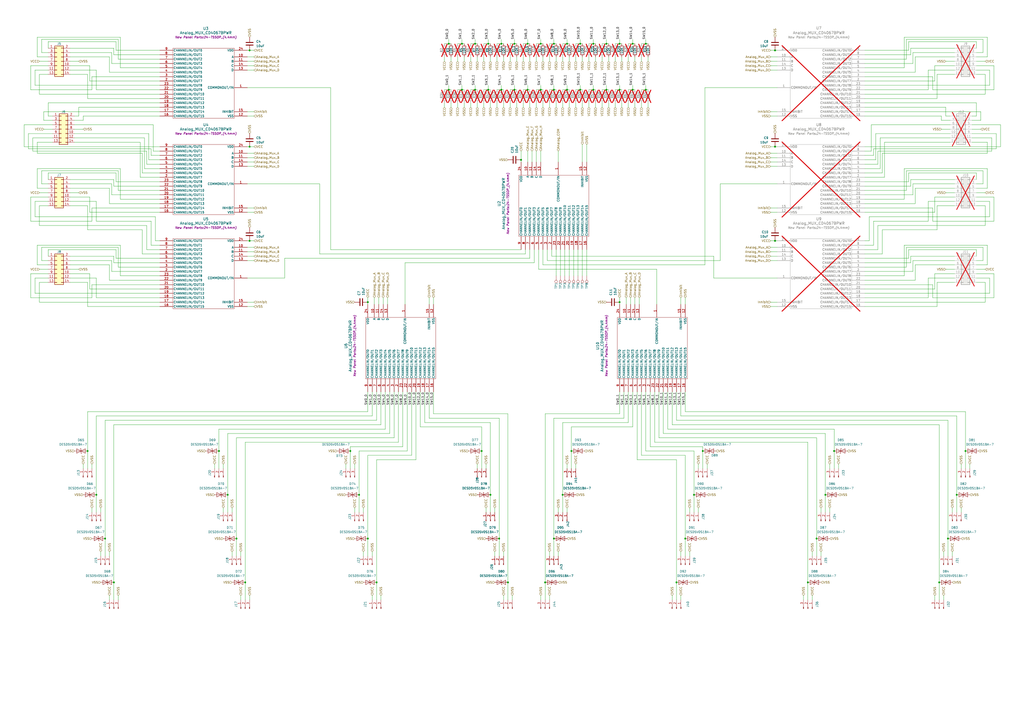
<source format=kicad_sch>
(kicad_sch (version 20250114) (generator "eeschema") (generator_version "9.0")
  (paper "A2")
  (title_block (title "Main Universal Panel Board") (date "2025-08-06") (rev "X1") (company "CMSC") (comment 1 "NF 2025"))
  (junction (at 560.07 261.62))
  (junction (at 344.17 25.4))
  (junction (at 290.83 52.07))
  (junction (at 402.59 287.02))
  (junction (at 359.41 175.26))
  (junction (at 478.79 287.02))
  (junction (at 306.07 25.4))
  (junction (at 260.35 25.4))
  (junction (at 284.48 287.02))
  (junction (at 144.78 139.7))
  (junction (at 321.31 312.42))
  (junction (at 374.65 25.4))
  (junction (at 554.99 287.02))
  (junction (at 290.83 25.4))
  (junction (at 127 261.62))
  (junction (at 50.8 261.62))
  (junction (at 336.55 52.07))
  (junction (at 267.97 25.4))
  (junction (at 326.39 287.02))
  (junction (at 449.58 29.21))
  (junction (at 544.83 337.82))
  (junction (at 316.23 337.82))
  (junction (at 298.45 25.4))
  (junction (at 351.79 52.07))
  (junction (at 374.65 52.07))
  (junction (at 344.17 52.07))
  (junction (at 336.55 25.4))
  (junction (at 367.03 25.4))
  (junction (at 449.58 139.7))
  (junction (at 289.56 312.42))
  (junction (at 407.67 261.62))
  (junction (at 132.08 287.02))
  (junction (at 60.96 312.42))
  (junction (at 66.04 337.82))
  (junction (at 328.93 52.07))
  (junction (at 144.78 29.21))
  (junction (at 549.91 312.42))
  (junction (at 298.45 52.07))
  (junction (at 213.36 312.42))
  (junction (at 283.21 25.4))
  (junction (at 267.97 52.07))
  (junction (at 359.41 52.07))
  (junction (at 351.79 25.4))
  (junction (at 473.71 312.42))
  (junction (at 367.03 52.07))
  (junction (at 313.69 25.4))
  (junction (at 137.16 312.42))
  (junction (at 260.35 52.07))
  (junction (at 208.28 287.02))
  (junction (at 392.43 337.82))
  (junction (at 449.58 85.09))
  (junction (at 328.93 25.4))
  (junction (at 144.78 85.09))
  (junction (at 275.59 25.4))
  (junction (at 218.44 337.82))
  (junction (at 213.36 175.26))
  (junction (at 283.21 52.07))
  (junction (at 331.47 261.62))
  (junction (at 321.31 52.07))
  (junction (at 483.87 261.62))
  (junction (at 313.69 52.07))
  (junction (at 55.88 287.02))
  (junction (at 203.2 261.62))
  (junction (at 275.59 52.07))
  (junction (at 359.41 25.4))
  (junction (at 294.64 337.82))
  (junction (at 321.31 25.4))
  (junction (at 397.51 312.42))
  (junction (at 142.24 337.82))
  (junction (at 302.26 92.71))
  (junction (at 468.63 337.82))
  (junction (at 306.07 52.07))
  (junction (at 279.4 261.62))
  (wire (pts (xy 576.58 38.1) (xy 566.42 38.1)))
  (wire (pts (xy 571.5 54.61) (xy 571.5 43.18)))
  (wire (pts (xy 124.46 269.24) (xy 124.46 271.78)))
  (wire (pts (xy 233.68 227.33) (xy 233.68 259.08)))
  (wire (pts (xy 82.55 133.35) (xy 82.55 147.32)))
  (wire (pts (xy 334.01 25.4) (xy 336.55 25.4)))
  (wire (pts (xy 48.26 269.24) (xy 48.26 271.78)))
  (wire (pts (xy 447.04 35.56) (xy 450.85 35.56)))
  (wire (pts (xy 87.63 128.27) (xy 55.88 128.27)))
  (wire (pts (xy 45.72 62.23) (xy 45.72 67.31)))
  (wire (pts (xy 55.88 241.3) (xy 215.9 241.3)))
  (wire (pts (xy 69.85 115.57) (xy 69.85 97.79)))
  (wire (pts (xy 191.77 144.78) (xy 191.77 50.8)))
  (wire (pts (xy 505.46 72.39) (xy 551.18 72.39)))
  (wire (pts (xy 20.32 40.64) (xy 27.94 40.64)))
  (wire (pts (xy 147.32 151.13) (xy 143.51 151.13)))
  (wire (pts (xy 394.97 320.04) (xy 394.97 322.58)))
  (wire (pts (xy 92.71 64.77) (xy 25.4 64.77)))
  (wire (pts (xy 538.48 172.72) (xy 538.48 161.29)))
  (wire (pts (xy 570.23 143.51) (xy 570.23 151.13)))
  (wire (pts (xy 261.62 35.56) (xy 261.62 33.02)))
  (wire (pts (xy 279.4 261.62) (xy 279.4 271.78)))
  (wire (pts (xy 501.65 160.02) (xy 524.51 160.02)))
  (wire (pts (xy 50.8 238.76) (xy 50.8 261.62)))
  (wire (pts (xy 205.74 269.24) (xy 205.74 271.78)))
  (wire (pts (xy 203.2 271.78) (xy 203.2 261.62)))
  (wire (pts (xy 68.58 345.44) (xy 68.58 347.98)))
  (wire (pts (xy 68.58 110.49) (xy 68.58 99.06)))
  (wire (pts (xy 287.02 294.64) (xy 287.02 297.18)))
  (wire (pts (xy 43.18 82.55) (xy 81.28 82.55)))
  (wire (pts (xy 447.04 33.02) (xy 450.85 33.02)))
  (wire (pts (xy 327.66 144.78) (xy 327.66 160.02)))
  (wire (pts (xy 501.65 105.41) (xy 527.05 105.41)))
  (wire (pts (xy 68.58 34.29) (xy 68.58 22.86)))
  (wire (pts (xy 560.07 238.76) (xy 560.07 261.62)))
  (wire (pts (xy 92.71 67.31) (xy 48.26 67.31)))
  (wire (pts (xy 549.91 312.42) (xy 549.91 322.58)))
  (wire (pts (xy 17.78 52.07) (xy 17.78 38.1)))
  (wire (pts (xy 538.48 40.64) (xy 553.72 40.64)))
  (wire (pts (xy 66.04 152.4) (xy 66.04 148.59)))
  (wire (pts (xy 275.59 52.07) (xy 276.86 52.07)))
  (wire (pts (xy 248.92 172.72) (xy 248.92 176.53)))
  (wire (pts (xy 483.87 261.62) (xy 483.87 271.78)))
  (wire (pts (xy 318.77 35.56) (xy 318.77 33.02)))
  (wire (pts (xy 501.65 154.94) (xy 525.78 154.94)))
  (wire (pts (xy 572.77 21.59) (xy 572.77 33.02)))
  (wire (pts (xy 92.71 149.86) (xy 67.31 149.86)))
  (wire (pts (xy 147.32 123.19) (xy 143.51 123.19)))
  (wire (pts (xy 528.32 31.75) (xy 528.32 27.94)))
  (wire (pts (xy 90.17 125.73) (xy 20.32 125.73)))
  (wire (pts (xy 548.64 156.21) (xy 553.72 156.21)))
  (wire (pts (xy 24.13 151.13) (xy 27.94 151.13)))
  (wire (pts (xy 27.94 59.69) (xy 27.94 67.31)))
  (wire (pts (xy 340.36 93.98) (xy 340.36 83.82)))
  (wire (pts (xy 542.29 114.3) (xy 542.29 123.19)))
  (wire (pts (xy 20.32 125.73) (xy 20.32 116.84)))
  (wire (pts (xy 509.27 130.81) (xy 509.27 144.78)))
  (wire (pts (xy 82.55 100.33) (xy 82.55 88.9)))
  (wire (pts (xy 281.94 294.64) (xy 281.94 297.18)))
  (wire (pts (xy 501.65 172.72) (xy 538.48 172.72)))
  (wire (pts (xy 64.77 36.83) (xy 64.77 30.48)))
  (wire (pts (xy 554.99 241.3) (xy 394.97 241.3)))
  (wire (pts (xy 66.04 27.94) (xy 40.64 27.94)))
  (wire (pts (xy 147.32 64.77) (xy 143.51 64.77)))
  (wire (pts (xy 542.29 167.64) (xy 501.65 167.64)))
  (wire (pts (xy 213.36 175.26) (xy 213.36 176.53)))
  (wire (pts (xy 127 261.62) (xy 127 271.78)))
  (wire (pts (xy 40.64 109.22) (xy 63.5 109.22)))
  (wire (pts (xy 86.36 77.47) (xy 43.18 77.47)))
  (wire (pts (xy 349.25 35.56) (xy 349.25 33.02)))
  (wire (pts (xy 52.07 114.3) (xy 52.07 123.19)))
  (wire (pts (xy 548.64 111.76) (xy 553.72 111.76)))
  (wire (pts (xy 328.93 49.53) (xy 328.93 52.07)))
  (wire (pts (xy 22.86 43.18) (xy 27.94 43.18)))
  (wire (pts (xy 147.32 35.56) (xy 143.51 35.56)))
  (wire (pts (xy 147.32 146.05) (xy 143.51 146.05)))
  (wire (pts (xy 513.08 102.87) (xy 501.65 102.87)))
  (wire (pts (xy 317.5 144.78) (xy 317.5 151.13)))
  (wire (pts (xy 215.9 227.33) (xy 215.9 241.3)))
  (wire (pts (xy 568.96 69.85) (xy 563.88 69.85)))
  (wire (pts (xy 45.72 35.56) (xy 40.64 35.56)))
  (wire (pts (xy 316.23 240.03) (xy 316.23 337.82)))
  (wire (pts (xy 372.11 35.56) (xy 372.11 33.02)))
  (wire (pts (xy 501.65 100.33) (xy 511.81 100.33)))
  (wire (pts (xy 551.18 82.55) (xy 513.08 82.55)))
  (wire (pts (xy 137.16 312.42) (xy 137.16 322.58)))
  (wire (pts (xy 143.51 161.29) (xy 165.1 161.29)))
  (wire (pts (xy 501.65 177.8) (xy 543.56 177.8)))
  (wire (pts (xy 50.8 133.35) (xy 50.8 119.38)))
  (wire (pts (xy 572.77 109.22) (xy 566.42 109.22)))
  (wire (pts (xy 379.73 256.54) (xy 468.63 256.54)))
  (wire (pts (xy 144.78 85.09) (xy 143.51 85.09)))
  (wire (pts (xy 306.07 25.4) (xy 307.34 25.4)))
  (wire (pts (xy 16.51 86.36) (xy 16.51 77.47)))
  (wire (pts (xy 260.35 22.86) (xy 260.35 25.4)))
  (wire (pts (xy 575.31 87.63) (xy 575.31 80.01)))
  (wire (pts (xy 547.37 320.04) (xy 547.37 322.58)))
  (wire (pts (xy 525.78 110.49) (xy 525.78 99.06)))
  (wire (pts (xy 505.46 87.63) (xy 505.46 72.39)))
  (wire (pts (xy 86.36 92.71) (xy 86.36 77.47)))
  (wire (pts (xy 509.27 87.63) (xy 575.31 87.63)))
  (wire (pts (xy 24.13 106.68) (xy 27.94 106.68)))
  (wire (pts (xy 571.5 163.83) (xy 566.42 163.83)))
  (wire (pts (xy 311.15 52.07) (xy 313.69 52.07)))
  (wire (pts (xy 407.67 261.62) (xy 407.67 259.08)))
  (wire (pts (xy 68.58 154.94) (xy 68.58 143.51)))
  (wire (pts (xy 447.04 38.1) (xy 450.85 38.1)))
  (wire (pts (xy 394.97 227.33) (xy 394.97 241.3)))
  (wire (pts (xy 213.36 264.16) (xy 238.76 264.16)))
  (wire (pts (xy 280.67 35.56) (xy 280.67 33.02)))
  (wire (pts (xy 501.65 175.26) (xy 571.5 175.26)))
  (wire (pts (xy 552.45 294.64) (xy 552.45 297.18)))
  (wire (pts (xy 501.65 115.57) (xy 524.51 115.57)))
  (wire (pts (xy 349.25 62.23) (xy 349.25 59.69)))
  (wire (pts (xy 542.29 123.19) (xy 501.65 123.19)))
  (wire (pts (xy 501.65 165.1) (xy 541.02 165.1)))
  (wire (pts (xy 554.99 287.02) (xy 554.99 297.18)))
  (wire (pts (xy 58.42 320.04) (xy 58.42 322.58)))
  (wire (pts (xy 375.92 59.69) (xy 375.92 62.23)))
  (wire (pts (xy 368.3 35.56) (xy 368.3 33.02)))
  (wire (pts (xy 48.26 69.85) (xy 43.18 69.85)))
  (wire (pts (xy 203.2 259.08) (xy 233.68 259.08)))
  (wire (pts (xy 228.6 227.33) (xy 228.6 254)))
  (wire (pts (xy 447.04 146.05) (xy 450.85 146.05)))
  (wire (pts (xy 92.71 107.95) (xy 66.04 107.95)))
  (wire (pts (xy 267.97 22.86) (xy 267.97 25.4)))
  (wire (pts (xy 228.6 254) (xy 137.16 254)))
  (wire (pts (xy 447.04 64.77) (xy 450.85 64.77)))
  (wire (pts (xy 303.53 62.23) (xy 303.53 59.69)))
  (wire (pts (xy 414.02 148.59) (xy 414.02 161.29)))
  (wire (pts (xy 294.64 240.03) (xy 294.64 337.82)))
  (wire (pts (xy 336.55 52.07) (xy 337.82 52.07)))
  (wire (pts (xy 303.53 35.56) (xy 303.53 33.02)))
  (wire (pts (xy 82.55 88.9) (xy 21.59 88.9)))
  (wire (pts (xy 544.83 337.82) (xy 544.83 347.98)))
  (wire (pts (xy 349.25 52.07) (xy 351.79 52.07)))
  (wire (pts (xy 481.33 269.24) (xy 481.33 271.78)))
  (wire (pts (xy 147.32 29.21) (xy 144.78 29.21)))
  (wire (pts (xy 570.23 106.68) (xy 566.42 106.68)))
  (wire (pts (xy 543.56 57.15) (xy 543.56 43.18)))
  (wire (pts (xy 379.73 227.33) (xy 379.73 256.54)))
  (wire (pts (xy 562.61 269.24) (xy 562.61 271.78)))
  (wire (pts (xy 63.5 320.04) (xy 63.5 322.58)))
  (wire (pts (xy 478.79 251.46) (xy 478.79 287.02)))
  (wire (pts (xy 471.17 345.44) (xy 471.17 347.98)))
  (wire (pts (xy 241.3 266.7) (xy 218.44 266.7)))
  (wire (pts (xy 147.32 38.1) (xy 143.51 38.1)))
  (wire (pts (xy 549.91 243.84) (xy 392.43 243.84)))
  (wire (pts (xy 447.04 29.21) (xy 449.58 29.21)))
  (wire (pts (xy 368.3 172.72) (xy 368.3 176.53)))
  (wire (pts (xy 525.78 34.29) (xy 525.78 22.86)))
  (wire (pts (xy 67.31 105.41) (xy 67.31 100.33)))
  (wire (pts (xy 330.2 62.23) (xy 330.2 59.69)))
  (wire (pts (xy 234.95 152.4) (xy 234.95 176.53)))
  (wire (pts (xy 87.63 128.27) (xy 87.63 142.24)))
  (wire (pts (xy 273.05 52.07) (xy 275.59 52.07)))
  (wire (pts (xy 63.5 345.44) (xy 63.5 347.98)))
  (wire (pts (xy 299.72 62.23) (xy 299.72 59.69)))
  (wire (pts (xy 284.48 287.02) (xy 284.48 297.18)))
  (wire (pts (xy 52.07 38.1) (xy 52.07 46.99)))
  (wire (pts (xy 320.04 148.59) (xy 414.02 148.59)))
  (wire (pts (xy 476.25 320.04) (xy 476.25 322.58)))
  (wire (pts (xy 368.3 62.23) (xy 368.3 59.69)))
  (wire (pts (xy 529.59 113.03) (xy 529.59 106.68)))
  (wire (pts (xy 52.07 167.64) (xy 92.71 167.64)))
  (wire (pts (xy 306.07 52.07) (xy 307.34 52.07)))
  (wire (pts (xy 27.94 67.31) (xy 30.48 67.31)))
  (wire (pts (xy 321.31 322.58) (xy 321.31 312.42)))
  (wire (pts (xy 147.32 93.98) (xy 143.51 93.98)))
  (wire (pts (xy 68.58 22.86) (xy 24.13 22.86)))
  (wire (pts (xy 408.94 50.8) (xy 450.85 50.8)))
  (wire (pts (xy 447.04 139.7) (xy 449.58 139.7)))
  (wire (pts (xy 405.13 294.64) (xy 405.13 297.18)))
  (wire (pts (xy 307.34 149.86) (xy 165.1 149.86)))
  (wire (pts (xy 276.86 35.56) (xy 276.86 33.02)))
  (wire (pts (xy 69.85 21.59) (xy 21.59 21.59)))
  (wire (pts (xy 144.78 29.21) (xy 143.51 29.21)))
  (wire (pts (xy 402.59 261.62) (xy 402.59 287.02)))
  (wire (pts (xy 210.82 320.04) (xy 210.82 322.58)))
  (wire (pts (xy 295.91 52.07) (xy 298.45 52.07)))
  (wire (pts (xy 302.26 87.63) (xy 302.26 92.71)))
  (wire (pts (xy 60.96 312.42) (xy 60.96 322.58)))
  (wire (pts (xy 22.86 163.83) (xy 27.94 163.83)))
  (wire (pts (xy 185.42 147.32) (xy 185.42 106.68)))
  (wire (pts (xy 25.4 64.77) (xy 25.4 69.85)))
  (wire (pts (xy 528.32 152.4) (xy 528.32 148.59)))
  (wire (pts (xy 576.58 158.75) (xy 566.42 158.75)))
  (wire (pts (xy 509.27 95.25) (xy 509.27 87.63)))
  (wire (pts (xy 308.61 87.63) (xy 308.61 93.98)))
  (wire (pts (xy 572.77 97.79) (xy 572.77 109.22)))
  (wire (pts (xy 387.35 227.33) (xy 387.35 248.92)))
  (wire (pts (xy 279.4 247.65) (xy 279.4 261.62)))
  (wire (pts (xy 143.51 50.8) (xy 191.77 50.8)))
  (wire (pts (xy 344.17 52.07) (xy 345.44 52.07)))
  (wire (pts (xy 92.71 92.71) (xy 86.36 92.71)))
  (wire (pts (xy 400.05 320.04) (xy 400.05 322.58)))
  (wire (pts (xy 243.84 227.33) (xy 243.84 247.65)))
  (wire (pts (xy 299.72 35.56) (xy 299.72 33.02)))
  (wire (pts (xy 397.51 264.16) (xy 372.11 264.16)))
  (wire (pts (xy 309.88 144.78) (xy 309.88 152.4)))
  (wire (pts (xy 314.96 62.23) (xy 314.96 59.69)))
  (wire (pts (xy 447.04 96.52) (xy 450.85 96.52)))
  (wire (pts (xy 501.65 85.09) (xy 580.39 85.09)))
  (wire (pts (xy 69.85 160.02) (xy 69.85 142.24)))
  (wire (pts (xy 356.87 62.23) (xy 356.87 59.69)))
  (wire (pts (xy 447.04 67.31) (xy 450.85 67.31)))
  (wire (pts (xy 24.13 30.48) (xy 27.94 30.48)))
  (wire (pts (xy 321.31 242.57) (xy 361.95 242.57)))
  (wire (pts (xy 313.69 25.4) (xy 314.96 25.4)))
  (wire (pts (xy 527.05 24.13) (xy 566.42 24.13)))
  (wire (pts (xy 85.09 95.25) (xy 85.09 87.63)))
  (wire (pts (xy 251.46 172.72) (xy 251.46 176.53)))
  (wire (pts (xy 321.31 52.07) (xy 322.58 52.07)))
  (wire (pts (xy 542.29 158.75) (xy 542.29 167.64)))
  (wire (pts (xy 549.91 243.84) (xy 549.91 312.42)))
  (wire (pts (xy 524.51 21.59) (xy 572.77 21.59)))
  (wire (pts (xy 22.86 130.81) (xy 22.86 119.38)))
  (wire (pts (xy 21.59 153.67) (xy 27.94 153.67)))
  (wire (pts (xy 337.82 62.23) (xy 337.82 59.69)))
  (wire (pts (xy 541.02 165.1) (xy 541.02 172.72)))
  (wire (pts (xy 261.62 62.23) (xy 261.62 59.69)))
  (wire (pts (xy 330.2 144.78) (xy 330.2 160.02)))
  (wire (pts (xy 374.65 22.86) (xy 374.65 25.4)))
  (wire (pts (xy 276.86 271.78) (xy 276.86 269.24)))
  (wire (pts (xy 509.27 130.81) (xy 571.5 130.81)))
  (wire (pts (xy 511.81 133.35) (xy 543.56 133.35)))
  (wire (pts (xy 560.07 238.76) (xy 397.51 238.76)))
  (wire (pts (xy 572.77 33.02) (xy 566.42 33.02)))
  (wire (pts (xy 361.95 227.33) (xy 361.95 242.57)))
  (wire (pts (xy 92.71 62.23) (xy 45.72 62.23)))
  (wire (pts (xy 22.86 54.61) (xy 22.86 43.18)))
  (wire (pts (xy 359.41 240.03) (xy 316.23 240.03)))
  (wire (pts (xy 236.22 227.33) (xy 236.22 261.62)))
  (wire (pts (xy 17.78 172.72) (xy 17.78 158.75)))
  (wire (pts (xy 17.78 128.27) (xy 17.78 114.3)))
  (wire (pts (xy 525.78 22.86) (xy 570.23 22.86)))
  (wire (pts (xy 364.49 52.07) (xy 367.03 52.07)))
  (wire (pts (xy 144.78 345.44) (xy 144.78 347.98)))
  (wire (pts (xy 83.82 80.01) (xy 83.82 97.79)))
  (wire (pts (xy 326.39 52.07) (xy 328.93 52.07)))
  (wire (pts (xy 501.65 157.48) (xy 529.59 157.48)))
  (wire (pts (xy 580.39 72.39) (xy 563.88 72.39)))
  (wire (pts (xy 397.51 312.42) (xy 397.51 264.16)))
  (wire (pts (xy 323.85 320.04) (xy 323.85 322.58)))
  (wire (pts (xy 501.65 59.69) (xy 566.42 59.69)))
  (wire (pts (xy 306.07 49.53) (xy 306.07 52.07)))
  (wire (pts (xy 223.52 227.33) (xy 223.52 248.92)))
  (wire (pts (xy 218.44 266.7) (xy 218.44 337.82)))
  (wire (pts (xy 66.04 31.75) (xy 66.04 27.94)))
  (wire (pts (xy 267.97 25.4) (xy 269.24 25.4)))
  (wire (pts (xy 548.64 35.56) (xy 553.72 35.56)))
  (wire (pts (xy 530.86 162.56) (xy 501.65 162.56)))
  (wire (pts (xy 52.07 46.99) (xy 92.71 46.99)))
  (wire (pts (xy 382.27 254) (xy 473.71 254)))
  (wire (pts (xy 397.51 322.58) (xy 397.51 312.42)))
  (wire (pts (xy 45.72 156.21) (xy 40.64 156.21)))
  (wire (pts (xy 67.31 100.33) (xy 27.94 100.33)))
  (wire (pts (xy 344.17 25.4) (xy 345.44 25.4)))
  (wire (pts (xy 478.79 287.02) (xy 478.79 297.18)))
  (wire (pts (xy 501.65 64.77) (xy 568.96 64.77)))
  (wire (pts (xy 68.58 143.51) (xy 24.13 143.51)))
  (wire (pts (xy 53.34 269.24) (xy 53.34 271.78)))
  (wire (pts (xy 447.04 85.09) (xy 449.58 85.09)))
  (wire (pts (xy 543.56 43.18) (xy 553.72 43.18)))
  (wire (pts (xy 213.36 172.72) (xy 213.36 175.26)))
  (wire (pts (xy 269.24 35.56) (xy 269.24 33.02)))
  (wire (pts (xy 576.58 172.72) (xy 576.58 158.75)))
  (wire (pts (xy 92.71 39.37) (xy 69.85 39.37)))
  (wire (pts (xy 265.43 35.56) (xy 265.43 33.02)))
  (wire (pts (xy 220.98 246.38) (xy 66.04 246.38)))
  (wire (pts (xy 53.34 52.07) (xy 17.78 52.07)))
  (wire (pts (xy 546.1 74.93) (xy 551.18 74.93)))
  (wire (pts (xy 27.94 100.33) (xy 27.94 104.14)))
  (wire (pts (xy 92.71 154.94) (xy 68.58 154.94)))
  (wire (pts (xy 273.05 35.56) (xy 273.05 33.02)))
  (wire (pts (xy 372.11 25.4) (xy 374.65 25.4)))
  (wire (pts (xy 341.63 62.23) (xy 341.63 59.69)))
  (wire (pts (xy 334.01 35.56) (xy 334.01 33.02)))
  (wire (pts (xy 53.34 294.64) (xy 53.34 297.18)))
  (wire (pts (xy 165.1 149.86) (xy 165.1 161.29)))
  (wire (pts (xy 92.71 105.41) (xy 67.31 105.41)))
  (wire (pts (xy 501.65 31.75) (xy 528.32 31.75)))
  (wire (pts (xy 92.71 120.65) (xy 53.34 120.65)))
  (wire (pts (xy 64.77 157.48) (xy 64.77 151.13)))
  (wire (pts (xy 326.39 287.02) (xy 326.39 297.18)))
  (wire (pts (xy 528.32 104.14) (xy 553.72 104.14)))
  (wire (pts (xy 566.42 59.69) (xy 566.42 67.31)))
  (wire (pts (xy 55.88 128.27) (xy 55.88 116.84)))
  (wire (pts (xy 287.02 320.04) (xy 287.02 322.58)))
  (wire (pts (xy 384.81 251.46) (xy 478.79 251.46)))
  (wire (pts (xy 67.31 144.78) (xy 27.94 144.78)))
  (wire (pts (xy 267.97 49.53) (xy 267.97 52.07)))
  (wire (pts (xy 387.35 248.92) (xy 483.87 248.92)))
  (wire (pts (xy 243.84 247.65) (xy 279.4 247.65)))
  (wire (pts (xy 311.15 62.23) (xy 311.15 59.69)))
  (wire (pts (xy 134.62 294.64) (xy 134.62 297.18)))
  (wire (pts (xy 501.65 67.31) (xy 546.1 67.31)))
  (wire (pts (xy 50.8 57.15) (xy 50.8 43.18)))
  (wire (pts (xy 273.05 25.4) (xy 275.59 25.4)))
  (wire (pts (xy 449.58 85.09) (xy 450.85 85.09)))
  (wire (pts (xy 546.1 67.31) (xy 546.1 69.85)))
  (wire (pts (xy 68.58 99.06) (xy 24.13 99.06)))
  (wire (pts (xy 64.77 106.68) (xy 40.64 106.68)))
  (wire (pts (xy 566.42 24.13) (xy 566.42 27.94)))
  (wire (pts (xy 525.78 99.06) (xy 570.23 99.06)))
  (wire (pts (xy 267.97 52.07) (xy 269.24 52.07)))
  (wire (pts (xy 275.59 22.86) (xy 275.59 25.4)))
  (wire (pts (xy 288.29 62.23) (xy 288.29 59.69)))
  (wire (pts (xy 447.04 177.8) (xy 450.85 177.8)))
  (wire (pts (xy 90.17 139.7) (xy 92.71 139.7)))
  (wire (pts (xy 351.79 25.4) (xy 353.06 25.4)))
  (wire (pts (xy 66.04 337.82) (xy 66.04 347.98)))
  (wire (pts (xy 553.72 109.22) (xy 530.86 109.22)))
  (wire (pts (xy 543.56 119.38) (xy 553.72 119.38)))
  (wire (pts (xy 55.88 116.84) (xy 40.64 116.84)))
  (wire (pts (xy 574.04 40.64) (xy 566.42 40.64)))
  (wire (pts (xy 402.59 287.02) (xy 402.59 297.18)))
  (wire (pts (xy 337.82 35.56) (xy 337.82 33.02)))
  (wire (pts (xy 530.86 109.22) (xy 530.86 118.11)))
  (wire (pts (xy 527.05 149.86) (xy 527.05 144.78)))
  (wire (pts (xy 260.35 25.4) (xy 261.62 25.4)))
  (wire (pts (xy 21.59 88.9) (xy 21.59 82.55)))
  (wire (pts (xy 364.49 62.23) (xy 364.49 59.69)))
  (wire (pts (xy 53.34 128.27) (xy 17.78 128.27)))
  (wire (pts (xy 81.28 82.55) (xy 81.28 102.87)))
  (wire (pts (xy 17.78 158.75) (xy 27.94 158.75)))
  (wire (pts (xy 147.32 67.31) (xy 143.51 67.31)))
  (wire (pts (xy 307.34 144.78) (xy 307.34 149.86)))
  (wire (pts (xy 241.3 227.33) (xy 241.3 266.7)))
  (wire (pts (xy 298.45 52.07) (xy 299.72 52.07)))
  (wire (pts (xy 538.48 128.27) (xy 538.48 116.84)))
  (wire (pts (xy 369.57 227.33) (xy 369.57 266.7)))
  (wire (pts (xy 337.82 93.98) (xy 337.82 83.82)))
  (wire (pts (xy 351.79 22.86) (xy 351.79 25.4)))
  (wire (pts (xy 298.45 49.53) (xy 298.45 52.07)))
  (wire (pts (xy 306.07 87.63) (xy 306.07 93.98)))
  (wire (pts (xy 92.71 44.45) (xy 53.34 44.45)))
  (wire (pts (xy 359.41 172.72) (xy 359.41 175.26)))
  (wire (pts (xy 85.09 130.81) (xy 22.86 130.81)))
  (wire (pts (xy 553.72 38.1) (xy 542.29 38.1)))
  (wire (pts (xy 21.59 109.22) (xy 27.94 109.22)))
  (wire (pts (xy 447.04 120.65) (xy 450.85 120.65)))
  (wire (pts (xy 360.68 35.56) (xy 360.68 33.02)))
  (wire (pts (xy 236.22 261.62) (xy 208.28 261.62)))
  (wire (pts (xy 360.68 62.23) (xy 360.68 59.69)))
  (wire (pts (xy 81.28 102.87) (xy 92.71 102.87)))
  (wire (pts (xy 55.88 40.64) (xy 40.64 40.64)))
  (wire (pts (xy 571.5 35.56) (xy 566.42 35.56)))
  (wire (pts (xy 501.65 49.53) (xy 574.04 49.53)))
  (wire (pts (xy 298.45 25.4) (xy 299.72 25.4)))
  (wire (pts (xy 580.39 85.09) (xy 580.39 72.39)))
  (wire (pts (xy 297.18 345.44) (xy 297.18 347.98)))
  (wire (pts (xy 265.43 52.07) (xy 267.97 52.07)))
  (wire (pts (xy 127 248.92) (xy 127 261.62)))
  (wire (pts (xy 374.65 261.62) (xy 402.59 261.62)))
  (wire (pts (xy 307.34 62.23) (xy 307.34 59.69)))
  (wire (pts (xy 203.2 261.62) (xy 203.2 259.08)))
  (wire (pts (xy 19.05 80.01) (xy 30.48 80.01)))
  (wire (pts (xy 22.86 156.21) (xy 27.94 156.21)))
  (wire (pts (xy 260.35 52.07) (xy 261.62 52.07)))
  (wire (pts (xy 45.72 67.31) (xy 43.18 67.31)))
  (wire (pts (xy 447.04 40.64) (xy 450.85 40.64)))
  (wire (pts (xy 363.22 172.72) (xy 363.22 176.53)))
  (wire (pts (xy 321.31 25.4) (xy 322.58 25.4)))
  (wire (pts (xy 251.46 227.33) (xy 251.46 240.03)))
  (wire (pts (xy 85.09 87.63) (xy 19.05 87.63)))
  (wire (pts (xy 326.39 35.56) (xy 326.39 33.02)))
  (wire (pts (xy 372.11 62.23) (xy 372.11 59.69)))
  (wire (pts (xy 326.39 245.11) (xy 326.39 287.02)))
  (wire (pts (xy 359.41 227.33) (xy 359.41 240.03)))
  (wire (pts (xy 53.34 165.1) (xy 53.34 172.72)))
  (wire (pts (xy 21.59 21.59) (xy 21.59 33.02)))
  (wire (pts (xy 92.71 85.09) (xy 13.97 85.09)))
  (wire (pts (xy 450.85 106.68) (xy 417.83 106.68)))
  (wire (pts (xy 60.96 243.84) (xy 60.96 312.42)))
  (wire (pts (xy 306.07 22.86) (xy 306.07 25.4)))
  (wire (pts (xy 359.41 22.86) (xy 359.41 25.4)))
  (wire (pts (xy 69.85 142.24) (xy 21.59 142.24)))
  (wire (pts (xy 20.32 170.18) (xy 20.32 161.29)))
  (wire (pts (xy 142.24 337.82) (xy 142.24 347.98)))
  (wire (pts (xy 548.64 67.31) (xy 551.18 67.31)))
  (wire (pts (xy 92.71 115.57) (xy 69.85 115.57)))
  (wire (pts (xy 63.5 33.02) (xy 63.5 41.91)))
  (wire (pts (xy 501.65 39.37) (xy 524.51 39.37)))
  (wire (pts (xy 142.24 256.54) (xy 142.24 337.82)))
  (wire (pts (xy 577.85 86.36) (xy 577.85 77.47)))
  (wire (pts (xy 359.41 52.07) (xy 360.68 52.07)))
  (wire (pts (xy 466.09 345.44) (xy 466.09 347.98)))
  (wire (pts (xy 311.15 35.56) (xy 311.15 33.02)))
  (wire (pts (xy 313.69 345.44) (xy 313.69 347.98)))
  (wire (pts (xy 528.32 148.59) (xy 553.72 148.59)))
  (wire (pts (xy 331.47 261.62) (xy 331.47 271.78)))
  (wire (pts (xy 341.63 52.07) (xy 344.17 52.07)))
  (wire (pts (xy 50.8 163.83) (xy 40.64 163.83)))
  (wire (pts (xy 501.65 95.25) (xy 509.27 95.25)))
  (wire (pts (xy 571.5 130.81) (xy 571.5 119.38)))
  (wire (pts (xy 92.71 49.53) (xy 20.32 49.53)))
  (wire (pts (xy 414.02 161.29) (xy 450.85 161.29)))
  (wire (pts (xy 486.41 269.24) (xy 486.41 271.78)))
  (wire (pts (xy 529.59 157.48) (xy 529.59 151.13)))
  (wire (pts (xy 367.03 52.07) (xy 368.3 52.07)))
  (wire (pts (xy 143.51 106.68) (xy 185.42 106.68)))
  (wire (pts (xy 275.59 49.53) (xy 275.59 52.07)))
  (wire (pts (xy 292.1 35.56) (xy 292.1 33.02)))
  (wire (pts (xy 87.63 90.17) (xy 87.63 86.36)))
  (wire (pts (xy 577.85 77.47) (xy 563.88 77.47)))
  (wire (pts (xy 530.86 118.11) (xy 501.65 118.11)))
  (wire (pts (xy 501.65 152.4) (xy 528.32 152.4)))
  (wire (pts (xy 139.7 345.44) (xy 139.7 347.98)))
  (wire (pts (xy 314.96 144.78) (xy 314.96 153.67)))
  (wire (pts (xy 331.47 247.65) (xy 331.47 261.62)))
  (wire (pts (xy 351.79 49.53) (xy 351.79 52.07)))
  (wire (pts (xy 506.73 142.24) (xy 501.65 142.24)))
  (wire (pts (xy 330.2 35.56) (xy 330.2 33.02)))
  (wire (pts (xy 552.45 320.04) (xy 552.45 322.58)))
  (wire (pts (xy 40.64 153.67) (xy 63.5 153.67)))
  (wire (pts (xy 570.23 151.13) (xy 566.42 151.13)))
  (wire (pts (xy 311.15 87.63) (xy 311.15 93.98)))
  (wire (pts (xy 575.31 80.01) (xy 563.88 80.01)))
  (wire (pts (xy 501.65 87.63) (xy 505.46 87.63)))
  (wire (pts (xy 447.04 175.26) (xy 450.85 175.26)))
  (wire (pts (xy 341.63 25.4) (xy 344.17 25.4)))
  (wire (pts (xy 447.04 88.9) (xy 450.85 88.9)))
  (wire (pts (xy 510.54 80.01) (xy 510.54 97.79)))
  (wire (pts (xy 290.83 25.4) (xy 292.1 25.4)))
  (wire (pts (xy 20.32 161.29) (xy 27.94 161.29)))
  (wire (pts (xy 92.71 59.69) (xy 27.94 59.69)))
  (wire (pts (xy 321.31 49.53) (xy 321.31 52.07)))
  (wire (pts (xy 257.81 62.23) (xy 257.81 59.69)))
  (wire (pts (xy 318.77 345.44) (xy 318.77 347.98)))
  (wire (pts (xy 295.91 35.56) (xy 295.91 33.02)))
  (wire (pts (xy 58.42 294.64) (xy 58.42 297.18)))
  (wire (pts (xy 19.05 87.63) (xy 19.05 80.01)))
  (wire (pts (xy 87.63 142.24) (xy 92.71 142.24)))
  (wire (pts (xy 542.29 38.1) (xy 542.29 46.99)))
  (wire (pts (xy 27.94 144.78) (xy 27.94 148.59)))
  (wire (pts (xy 447.04 91.44) (xy 450.85 91.44)))
  (wire (pts (xy 548.64 62.23) (xy 548.64 67.31)))
  (wire (pts (xy 501.65 110.49) (xy 525.78 110.49)))
  (wire (pts (xy 572.77 153.67) (xy 566.42 153.67)))
  (wire (pts (xy 50.8 271.78) (xy 50.8 261.62)))
  (wire (pts (xy 574.04 125.73) (xy 574.04 116.84)))
  (wire (pts (xy 571.5 111.76) (xy 566.42 111.76)))
  (wire (pts (xy 353.06 62.23) (xy 353.06 59.69)))
  (wire (pts (xy 345.44 35.56) (xy 345.44 33.02)))
  (wire (pts (xy 529.59 106.68) (xy 553.72 106.68)))
  (wire (pts (xy 290.83 49.53) (xy 290.83 52.07)))
  (wire (pts (xy 405.13 269.24) (xy 405.13 271.78)))
  (wire (pts (xy 344.17 49.53) (xy 344.17 52.07)))
  (wire (pts (xy 410.21 271.78) (xy 410.21 269.24)))
  (wire (pts (xy 92.71 95.25) (xy 85.09 95.25)))
  (wire (pts (xy 501.65 44.45) (xy 541.02 44.45)))
  (wire (pts (xy 67.31 29.21) (xy 67.31 24.13)))
  (wire (pts (xy 328.93 22.86) (xy 328.93 25.4)))
  (wire (pts (xy 316.23 337.82) (xy 316.23 347.98)))
  (wire (pts (xy 374.65 25.4) (xy 375.92 25.4)))
  (wire (pts (xy 20.32 116.84) (xy 27.94 116.84)))
  (wire (pts (xy 219.71 172.72) (xy 219.71 176.53)))
  (wire (pts (xy 542.29 46.99) (xy 501.65 46.99)))
  (wire (pts (xy 276.86 62.23) (xy 276.86 59.69)))
  (wire (pts (xy 374.65 227.33) (xy 374.65 261.62)))
  (wire (pts (xy 571.5 119.38) (xy 566.42 119.38)))
  (wire (pts (xy 288.29 35.56) (xy 288.29 33.02)))
  (wire (pts (xy 50.8 177.8) (xy 50.8 163.83)))
  (wire (pts (xy 139.7 320.04) (xy 139.7 322.58)))
  (wire (pts (xy 283.21 22.86) (xy 283.21 25.4)))
  (wire (pts (xy 501.65 57.15) (xy 543.56 57.15)))
  (wire (pts (xy 280.67 25.4) (xy 283.21 25.4)))
  (wire (pts (xy 50.8 43.18) (xy 40.64 43.18)))
  (wire (pts (xy 547.37 345.44) (xy 547.37 347.98)))
  (wire (pts (xy 483.87 248.92) (xy 483.87 261.62)))
  (wire (pts (xy 40.64 114.3) (xy 52.07 114.3)))
  (wire (pts (xy 321.31 312.42) (xy 321.31 242.57)))
  (wire (pts (xy 364.49 245.11) (xy 326.39 245.11)))
  (wire (pts (xy 571.5 156.21) (xy 566.42 156.21)))
  (wire (pts (xy 303.53 52.07) (xy 306.07 52.07)))
  (wire (pts (xy 52.07 158.75) (xy 52.07 167.64)))
  (wire (pts (xy 313.69 22.86) (xy 313.69 25.4)))
  (wire (pts (xy 92.71 175.26) (xy 22.86 175.26)))
  (wire (pts (xy 374.65 49.53) (xy 374.65 52.07)))
  (wire (pts (xy 570.23 22.86) (xy 570.23 30.48)))
  (wire (pts (xy 24.13 143.51) (xy 24.13 151.13)))
  (wire (pts (xy 205.74 294.64) (xy 205.74 297.18)))
  (wire (pts (xy 309.88 152.4) (xy 234.95 152.4)))
  (wire (pts (xy 147.32 177.8) (xy 143.51 177.8)))
  (wire (pts (xy 69.85 39.37) (xy 69.85 21.59)))
  (wire (pts (xy 260.35 49.53) (xy 260.35 52.07)))
  (wire (pts (xy 21.59 97.79) (xy 21.59 109.22)))
  (wire (pts (xy 210.82 294.64) (xy 210.82 297.18)))
  (wire (pts (xy 501.65 92.71) (xy 508 92.71)))
  (wire (pts (xy 568.96 64.77) (xy 568.96 69.85)))
  (wire (pts (xy 323.85 87.63) (xy 323.85 93.98)))
  (wire (pts (xy 22.86 175.26) (xy 22.86 163.83)))
  (wire (pts (xy 66.04 148.59) (xy 40.64 148.59)))
  (wire (pts (xy 92.71 31.75) (xy 66.04 31.75)))
  (wire (pts (xy 372.11 52.07) (xy 374.65 52.07)))
  (wire (pts (xy 147.32 120.65) (xy 143.51 120.65)))
  (wire (pts (xy 397.51 172.72) (xy 397.51 176.53)))
  (wire (pts (xy 529.59 36.83) (xy 529.59 30.48)))
  (wire (pts (xy 224.79 172.72) (xy 224.79 176.53)))
  (wire (pts (xy 322.58 144.78) (xy 322.58 160.02)))
  (wire (pts (xy 511.81 100.33) (xy 511.81 88.9)))
  (wire (pts (xy 292.1 62.23) (xy 292.1 59.69)))
  (wire (pts (xy 473.71 254) (xy 473.71 312.42)))
  (wire (pts (xy 372.11 227.33) (xy 372.11 264.16)))
  (wire (pts (xy 294.64 337.82) (xy 294.64 347.98)))
  (wire (pts (xy 213.36 312.42) (xy 213.36 264.16)))
  (wire (pts (xy 40.64 38.1) (xy 52.07 38.1)))
  (wire (pts (xy 63.5 162.56) (xy 92.71 162.56)))
  (wire (pts (xy 85.09 130.81) (xy 85.09 144.78)))
  (wire (pts (xy 90.17 125.73) (xy 90.17 139.7)))
  (wire (pts (xy 570.23 99.06) (xy 570.23 106.68)))
  (wire (pts (xy 43.18 80.01) (xy 83.82 80.01)))
  (wire (pts (xy 55.88 172.72) (xy 55.88 161.29)))
  (wire (pts (xy 527.05 105.41) (xy 527.05 100.33)))
  (wire (pts (xy 129.54 269.24) (xy 129.54 271.78)))
  (wire (pts (xy 481.33 294.64) (xy 481.33 297.18)))
  (wire (pts (xy 147.32 33.02) (xy 143.51 33.02)))
  (wire (pts (xy 392.43 337.82) (xy 392.43 347.98)))
  (wire (pts (xy 504.19 125.73) (xy 574.04 125.73)))
  (wire (pts (xy 88.9 72.39) (xy 43.18 72.39)))
  (wire (pts (xy 501.65 54.61) (xy 571.5 54.61)))
  (wire (pts (xy 82.55 147.32) (xy 92.71 147.32)))
  (wire (pts (xy 328.93 25.4) (xy 330.2 25.4)))
  (wire (pts (xy 48.26 67.31) (xy 48.26 69.85)))
  (wire (pts (xy 147.32 88.9) (xy 143.51 88.9)))
  (wire (pts (xy 92.71 34.29) (xy 68.58 34.29)))
  (wire (pts (xy 132.08 287.02) (xy 132.08 297.18)))
  (wire (pts (xy 50.8 119.38) (xy 40.64 119.38)))
  (wire (pts (xy 147.32 148.59) (xy 143.51 148.59)))
  (wire (pts (xy 257.81 35.56) (xy 257.81 33.02)))
  (wire (pts (xy 83.82 97.79) (xy 92.71 97.79)))
  (wire (pts (xy 375.92 35.56) (xy 375.92 33.02)))
  (wire (pts (xy 365.76 172.72) (xy 365.76 176.53)))
  (wire (pts (xy 53.34 172.72) (xy 17.78 172.72)))
  (wire (pts (xy 321.31 22.86) (xy 321.31 25.4)))
  (wire (pts (xy 566.42 144.78) (xy 566.42 148.59)))
  (wire (pts (xy 367.03 227.33) (xy 367.03 247.65)))
  (wire (pts (xy 511.81 147.32) (xy 501.65 147.32)))
  (wire (pts (xy 283.21 52.07) (xy 284.48 52.07)))
  (wire (pts (xy 524.51 142.24) (xy 572.77 142.24)))
  (wire (pts (xy 566.42 67.31) (xy 563.88 67.31)))
  (wire (pts (xy 530.86 41.91) (xy 501.65 41.91)))
  (wire (pts (xy 64.77 113.03) (xy 64.77 106.68)))
  (wire (pts (xy 576.58 128.27) (xy 576.58 114.3)))
  (wire (pts (xy 336.55 22.86) (xy 336.55 25.4)))
  (wire (pts (xy 571.5 175.26) (xy 571.5 163.83)))
  (wire (pts (xy 501.65 107.95) (xy 528.32 107.95)))
  (wire (pts (xy 501.65 29.21) (xy 527.05 29.21)))
  (wire (pts (xy 53.34 120.65) (xy 53.34 128.27)))
  (wire (pts (xy 213.36 238.76) (xy 213.36 227.33)))
  (wire (pts (xy 55.88 241.3) (xy 55.88 287.02)))
  (wire (pts (xy 381 156.21) (xy 381 176.53)))
  (wire (pts (xy 370.84 172.72) (xy 370.84 176.53)))
  (wire (pts (xy 501.65 149.86) (xy 527.05 149.86)))
  (wire (pts (xy 48.26 74.93) (xy 43.18 74.93)))
  (wire (pts (xy 129.54 294.64) (xy 129.54 297.18)))
  (wire (pts (xy 17.78 114.3) (xy 27.94 114.3)))
  (wire (pts (xy 85.09 144.78) (xy 92.71 144.78)))
  (wire (pts (xy 25.4 74.93) (xy 30.48 74.93)))
  (wire (pts (xy 337.82 144.78) (xy 337.82 160.02)))
  (wire (pts (xy 317.5 151.13) (xy 417.83 151.13)))
  (wire (pts (xy 543.56 177.8) (xy 543.56 163.83)))
  (wire (pts (xy 336.55 49.53) (xy 336.55 52.07)))
  (wire (pts (xy 246.38 245.11) (xy 284.48 245.11)))
  (wire (pts (xy 67.31 149.86) (xy 67.31 144.78)))
  (wire (pts (xy 397.51 227.33) (xy 397.51 238.76)))
  (wire (pts (xy 290.83 22.86) (xy 290.83 25.4)))
  (wire (pts (xy 248.92 227.33) (xy 248.92 242.57)))
  (wire (pts (xy 63.5 153.67) (xy 63.5 162.56)))
  (wire (pts (xy 524.51 115.57) (xy 524.51 97.79)))
  (wire (pts (xy 447.04 143.51) (xy 450.85 143.51)))
  (wire (pts (xy 307.34 35.56) (xy 307.34 33.02)))
  (wire (pts (xy 394.97 172.72) (xy 394.97 176.53)))
  (wire (pts (xy 289.56 242.57) (xy 248.92 242.57)))
  (wire (pts (xy 290.83 52.07) (xy 292.1 52.07)))
  (wire (pts (xy 66.04 107.95) (xy 66.04 104.14)))
  (wire (pts (xy 222.25 172.72) (xy 222.25 176.53)))
  (wire (pts (xy 538.48 52.07) (xy 538.48 40.64)))
  (wire (pts (xy 359.41 49.53) (xy 359.41 52.07)))
  (wire (pts (xy 88.9 87.63) (xy 88.9 72.39)))
  (wire (pts (xy 220.98 345.44) (xy 220.98 347.98)))
  (wire (pts (xy 25.4 69.85) (xy 30.48 69.85)))
  (wire (pts (xy 394.97 345.44) (xy 394.97 347.98)))
  (wire (pts (xy 541.02 44.45) (xy 541.02 52.07)))
  (wire (pts (xy 147.32 139.7) (xy 144.78 139.7)))
  (wire (pts (xy 349.25 25.4) (xy 351.79 25.4)))
  (wire (pts (xy 374.65 52.07) (xy 375.92 52.07)))
  (wire (pts (xy 351.79 52.07) (xy 353.06 52.07)))
  (wire (pts (xy 22.86 119.38) (xy 27.94 119.38)))
  (wire (pts (xy 529.59 30.48) (xy 553.72 30.48)))
  (wire (pts (xy 265.43 25.4) (xy 267.97 25.4)))
  (wire (pts (xy 501.65 90.17) (xy 506.73 90.17)))
  (wire (pts (xy 369.57 266.7) (xy 392.43 266.7)))
  (wire (pts (xy 21.59 82.55) (xy 30.48 82.55)))
  (wire (pts (xy 356.87 25.4) (xy 359.41 25.4)))
  (wire (pts (xy 40.64 158.75) (xy 52.07 158.75)))
  (wire (pts (xy 367.03 25.4) (xy 368.3 25.4)))
  (wire (pts (xy 191.77 144.78) (xy 302.26 144.78)))
  (wire (pts (xy 447.04 148.59) (xy 450.85 148.59)))
  (wire (pts (xy 449.58 139.7) (xy 450.85 139.7)))
  (wire (pts (xy 92.71 87.63) (xy 88.9 87.63)))
  (wire (pts (xy 400.05 294.64) (xy 400.05 297.18)))
  (wire (pts (xy 377.19 227.33) (xy 377.19 259.08)))
  (wire (pts (xy 295.91 62.23) (xy 295.91 59.69)))
  (wire (pts (xy 513.08 82.55) (xy 513.08 102.87)))
  (wire (pts (xy 312.42 144.78) (xy 312.42 156.21)))
  (wire (pts (xy 314.96 35.56) (xy 314.96 33.02)))
  (wire (pts (xy 92.71 172.72) (xy 55.88 172.72)))
  (wire (pts (xy 92.71 110.49) (xy 68.58 110.49)))
  (wire (pts (xy 17.78 38.1) (xy 27.94 38.1)))
  (wire (pts (xy 52.07 123.19) (xy 92.71 123.19)))
  (wire (pts (xy 574.04 170.18) (xy 574.04 161.29)))
  (wire (pts (xy 335.28 144.78) (xy 335.28 160.02)))
  (wire (pts (xy 257.81 25.4) (xy 260.35 25.4)))
  (wire (pts (xy 63.5 41.91) (xy 92.71 41.91)))
  (wire (pts (xy 45.72 111.76) (xy 40.64 111.76)))
  (wire (pts (xy 471.17 320.04) (xy 471.17 322.58)))
  (wire (pts (xy 449.58 29.21) (xy 450.85 29.21)))
  (wire (pts (xy 82.55 133.35) (xy 50.8 133.35)))
  (wire (pts (xy 364.49 25.4) (xy 367.03 25.4)))
  (wire (pts (xy 566.42 100.33) (xy 566.42 104.14)))
  (wire (pts (xy 246.38 227.33) (xy 246.38 245.11)))
  (wire (pts (xy 447.04 93.98) (xy 450.85 93.98)))
  (wire (pts (xy 530.86 153.67) (xy 530.86 162.56)))
  (wire (pts (xy 280.67 52.07) (xy 283.21 52.07)))
  (wire (pts (xy 284.48 245.11) (xy 284.48 287.02)))
  (wire (pts (xy 506.73 86.36) (xy 577.85 86.36)))
  (wire (pts (xy 21.59 142.24) (xy 21.59 153.67)))
  (wire (pts (xy 557.53 269.24) (xy 557.53 271.78)))
  (wire (pts (xy 208.28 261.62) (xy 208.28 287.02)))
  (wire (pts (xy 16.51 77.47) (xy 30.48 77.47)))
  (wire (pts (xy 509.27 144.78) (xy 501.65 144.78)))
  (wire (pts (xy 302.26 92.71) (xy 302.26 93.98)))
  (wire (pts (xy 341.63 35.56) (xy 341.63 33.02)))
  (wire (pts (xy 389.89 246.38) (xy 544.83 246.38)))
  (wire (pts (xy 322.58 35.56) (xy 322.58 33.02)))
  (wire (pts (xy 538.48 161.29) (xy 553.72 161.29)))
  (wire (pts (xy 53.34 44.45) (xy 53.34 52.07)))
  (wire (pts (xy 200.66 271.78) (xy 200.66 269.24)))
  (wire (pts (xy 525.78 143.51) (xy 570.23 143.51)))
  (wire (pts (xy 504.19 125.73) (xy 504.19 139.7)))
  (wire (pts (xy 325.12 144.78) (xy 325.12 160.02)))
  (wire (pts (xy 92.71 100.33) (xy 82.55 100.33)))
  (wire (pts (xy 283.21 49.53) (xy 283.21 52.07)))
  (wire (pts (xy 257.81 52.07) (xy 260.35 52.07)))
  (wire (pts (xy 326.39 62.23) (xy 326.39 59.69)))
  (wire (pts (xy 527.05 100.33) (xy 566.42 100.33)))
  (wire (pts (xy 66.04 246.38) (xy 66.04 337.82)))
  (wire (pts (xy 356.87 35.56) (xy 356.87 33.02)))
  (wire (pts (xy 288.29 52.07) (xy 290.83 52.07)))
  (wire (pts (xy 511.81 88.9) (xy 572.77 88.9)))
  (wire (pts (xy 292.1 320.04) (xy 292.1 322.58)))
  (wire (pts (xy 501.65 52.07) (xy 538.48 52.07)))
  (wire (pts (xy 367.03 22.86) (xy 367.03 25.4)))
  (wire (pts (xy 504.19 139.7) (xy 501.65 139.7)))
  (wire (pts (xy 226.06 251.46) (xy 132.08 251.46)))
  (wire (pts (xy 501.65 34.29) (xy 525.78 34.29)))
  (wire (pts (xy 322.58 62.23) (xy 322.58 59.69)))
  (wire (pts (xy 313.69 52.07) (xy 314.96 52.07)))
  (wire (pts (xy 92.71 29.21) (xy 67.31 29.21)))
  (wire (pts (xy 546.1 69.85) (xy 551.18 69.85)))
  (wire (pts (xy 447.04 123.19) (xy 450.85 123.19)))
  (wire (pts (xy 407.67 271.78) (xy 407.67 261.62)))
  (wire (pts (xy 527.05 144.78) (xy 566.42 144.78)))
  (wire (pts (xy 313.69 49.53) (xy 313.69 52.07)))
  (wire (pts (xy 215.9 320.04) (xy 215.9 322.58)))
  (wire (pts (xy 147.32 40.64) (xy 143.51 40.64)))
  (wire (pts (xy 570.23 30.48) (xy 566.42 30.48)))
  (wire (pts (xy 334.01 52.07) (xy 336.55 52.07)))
  (wire (pts (xy 92.71 52.07) (xy 55.88 52.07)))
  (wire (pts (xy 501.65 120.65) (xy 541.02 120.65)))
  (wire (pts (xy 529.59 151.13) (xy 553.72 151.13)))
  (wire (pts (xy 208.28 287.02) (xy 208.28 297.18)))
  (wire (pts (xy 541.02 172.72) (xy 576.58 172.72)))
  (wire (pts (xy 364.49 227.33) (xy 364.49 245.11)))
  (wire (pts (xy 571.5 43.18) (xy 566.42 43.18)))
  (wire (pts (xy 527.05 29.21) (xy 527.05 24.13)))
  (wire (pts (xy 328.93 269.24) (xy 328.93 271.78)))
  (wire (pts (xy 510.54 97.79) (xy 501.65 97.79)))
  (wire (pts (xy 334.01 62.23) (xy 334.01 59.69)))
  (wire (pts (xy 382.27 227.33) (xy 382.27 254)))
  (wire (pts (xy 326.39 25.4) (xy 328.93 25.4)))
  (wire (pts (xy 60.96 243.84) (xy 218.44 243.84)))
  (wire (pts (xy 218.44 227.33) (xy 218.44 243.84)))
  (wire (pts (xy 543.56 163.83) (xy 553.72 163.83)))
  (wire (pts (xy 284.48 35.56) (xy 284.48 33.02)))
  (wire (pts (xy 13.97 85.09) (xy 13.97 72.39)))
  (wire (pts (xy 525.78 154.94) (xy 525.78 143.51)))
  (wire (pts (xy 407.67 259.08) (xy 377.19 259.08)))
  (wire (pts (xy 27.94 24.13) (xy 27.94 27.94)))
  (wire (pts (xy 67.31 24.13) (xy 27.94 24.13)))
  (wire (pts (xy 280.67 62.23) (xy 280.67 59.69)))
  (wire (pts (xy 269.24 62.23) (xy 269.24 59.69)))
  (wire (pts (xy 501.65 62.23) (xy 548.64 62.23)))
  (wire (pts (xy 292.1 345.44) (xy 292.1 347.98)))
  (wire (pts (xy 524.51 160.02) (xy 524.51 142.24)))
  (wire (pts (xy 572.77 88.9) (xy 572.77 82.55)))
  (wire (pts (xy 92.71 54.61) (xy 22.86 54.61)))
  (wire (pts (xy 275.59 25.4) (xy 276.86 25.4)))
  (wire (pts (xy 574.04 161.29) (xy 566.42 161.29)))
  (wire (pts (xy 144.78 139.7) (xy 143.51 139.7)))
  (wire (pts (xy 147.32 85.09) (xy 144.78 85.09)))
  (wire (pts (xy 508 92.71) (xy 508 77.47)))
  (wire (pts (xy 359.41 175.26) (xy 359.41 176.53)))
  (wire (pts (xy 318.77 320.04) (xy 318.77 322.58)))
  (wire (pts (xy 231.14 256.54) (xy 142.24 256.54)))
  (wire (pts (xy 392.43 266.7) (xy 392.43 337.82)))
  (wire (pts (xy 63.5 118.11) (xy 92.71 118.11)))
  (wire (pts (xy 284.48 62.23) (xy 284.48 59.69)))
  (wire (pts (xy 50.8 238.76) (xy 213.36 238.76)))
  (wire (pts (xy 560.07 271.78) (xy 560.07 261.62)))
  (wire (pts (xy 217.17 172.72) (xy 217.17 176.53)))
  (wire (pts (xy 92.71 113.03) (xy 64.77 113.03)))
  (wire (pts (xy 501.65 170.18) (xy 574.04 170.18)))
  (wire (pts (xy 542.29 345.44) (xy 542.29 347.98)))
  (wire (pts (xy 92.71 160.02) (xy 69.85 160.02)))
  (wire (pts (xy 389.89 345.44) (xy 389.89 347.98)))
  (wire (pts (xy 218.44 337.82) (xy 218.44 347.98)))
  (wire (pts (xy 281.94 269.24) (xy 281.94 271.78)))
  (wire (pts (xy 265.43 62.23) (xy 265.43 59.69)))
  (wire (pts (xy 384.81 227.33) (xy 384.81 251.46)))
  (wire (pts (xy 147.32 96.52) (xy 143.51 96.52)))
  (wire (pts (xy 553.72 33.02) (xy 530.86 33.02)))
  (wire (pts (xy 92.71 90.17) (xy 87.63 90.17)))
  (wire (pts (xy 24.13 99.06) (xy 24.13 106.68)))
  (wire (pts (xy 20.32 49.53) (xy 20.32 40.64)))
  (wire (pts (xy 408.94 153.67) (xy 408.94 50.8)))
  (wire (pts (xy 541.02 120.65) (xy 541.02 128.27)))
  (wire (pts (xy 40.64 33.02) (xy 63.5 33.02)))
  (wire (pts (xy 524.51 97.79) (xy 572.77 97.79)))
  (wire (pts (xy 303.53 25.4) (xy 306.07 25.4)))
  (wire (pts (xy 554.99 241.3) (xy 554.99 287.02)))
  (wire (pts (xy 147.32 143.51) (xy 143.51 143.51)))
  (wire (pts (xy 223.52 248.92) (xy 127 248.92)))
  (wire (pts (xy 55.88 287.02) (xy 55.88 297.18)))
  (wire (pts (xy 332.74 144.78) (xy 332.74 160.02)))
  (wire (pts (xy 215.9 345.44) (xy 215.9 347.98)))
  (wire (pts (xy 55.88 52.07) (xy 55.88 40.64)))
  (wire (pts (xy 314.96 153.67) (xy 408.94 153.67)))
  (wire (pts (xy 226.06 227.33) (xy 226.06 251.46)))
  (wire (pts (xy 21.59 33.02) (xy 27.94 33.02)))
  (wire (pts (xy 238.76 227.33) (xy 238.76 264.16)))
  (wire (pts (xy 323.85 294.64) (xy 323.85 297.18)))
  (wire (pts (xy 22.86 111.76) (xy 27.94 111.76)))
  (wire (pts (xy 147.32 175.26) (xy 143.51 175.26)))
  (wire (pts (xy 501.65 36.83) (xy 529.59 36.83)))
  (wire (pts (xy 92.71 177.8) (xy 50.8 177.8)))
  (wire (pts (xy 524.51 39.37) (xy 524.51 21.59)))
  (wire (pts (xy 473.71 312.42) (xy 473.71 322.58)))
  (wire (pts (xy 544.83 246.38) (xy 544.83 337.82)))
  (wire (pts (xy 476.25 294.64) (xy 476.25 297.18)))
  (wire (pts (xy 340.36 144.78) (xy 340.36 160.02)))
  (wire (pts (xy 64.77 151.13) (xy 40.64 151.13)))
  (wire (pts (xy 553.72 114.3) (xy 542.29 114.3)))
  (wire (pts (xy 213.36 322.58) (xy 213.36 312.42)))
  (wire (pts (xy 320.04 144.78) (xy 320.04 148.59)))
  (wire (pts (xy 231.14 227.33) (xy 231.14 256.54)))
  (wire (pts (xy 92.71 152.4) (xy 66.04 152.4)))
  (wire (pts (xy 345.44 62.23) (xy 345.44 59.69)))
  (wire (pts (xy 92.71 170.18) (xy 20.32 170.18)))
  (wire (pts (xy 356.87 52.07) (xy 359.41 52.07)))
  (wire (pts (xy 506.73 128.27) (xy 506.73 142.24)))
  (wire (pts (xy 289.56 322.58) (xy 289.56 312.42)))
  (wire (pts (xy 328.93 294.64) (xy 328.93 297.18)))
  (wire (pts (xy 447.04 151.13) (xy 450.85 151.13)))
  (wire (pts (xy 318.77 62.23) (xy 318.77 59.69)))
  (wire (pts (xy 574.04 116.84) (xy 566.42 116.84)))
  (wire (pts (xy 318.77 52.07) (xy 321.31 52.07)))
  (wire (pts (xy 24.13 22.86) (xy 24.13 30.48)))
  (wire (pts (xy 553.72 153.67) (xy 530.86 153.67)))
  (wire (pts (xy 298.45 22.86) (xy 298.45 25.4)))
  (wire (pts (xy 468.63 256.54) (xy 468.63 337.82)))
  (wire (pts (xy 69.85 97.79) (xy 21.59 97.79)))
  (wire (pts (xy 389.89 227.33) (xy 389.89 246.38)))
  (wire (pts (xy 295.91 25.4) (xy 298.45 25.4)))
  (wire (pts (xy 185.42 147.32) (xy 304.8 147.32)))
  (wire (pts (xy 541.02 52.07) (xy 576.58 52.07)))
  (wire (pts (xy 392.43 227.33) (xy 392.43 243.84)))
  (wire (pts (xy 344.17 22.86) (xy 344.17 25.4)))
  (wire (pts (xy 220.98 227.33) (xy 220.98 246.38)))
  (wire (pts (xy 364.49 35.56) (xy 364.49 33.02)))
  (wire (pts (xy 63.5 109.22) (xy 63.5 118.11)))
  (wire (pts (xy 334.01 271.78) (xy 334.01 269.24)))
  (wire (pts (xy 367.03 49.53) (xy 367.03 52.07)))
  (wire (pts (xy 359.41 25.4) (xy 360.68 25.4)))
  (wire (pts (xy 64.77 30.48) (xy 40.64 30.48)))
  (wire (pts (xy 147.32 91.44) (xy 143.51 91.44)))
  (wire (pts (xy 417.83 151.13) (xy 417.83 106.68)))
  (wire (pts (xy 506.73 128.27) (xy 538.48 128.27)))
  (wire (pts (xy 367.03 247.65) (xy 331.47 247.65)))
  (wire (pts (xy 137.16 254) (xy 137.16 312.42)))
  (wire (pts (xy 572.77 142.24) (xy 572.77 153.67)))
  (wire (pts (xy 311.15 25.4) (xy 313.69 25.4)))
  (wire (pts (xy 574.04 49.53) (xy 574.04 40.64)))
  (wire (pts (xy 553.72 158.75) (xy 542.29 158.75)))
  (wire (pts (xy 92.71 165.1) (xy 53.34 165.1)))
  (wire (pts (xy 508 77.47) (xy 551.18 77.47)))
  (wire (pts (xy 313.69 87.63) (xy 313.69 93.98)))
  (wire (pts (xy 572.77 82.55) (xy 563.88 82.55)))
  (wire (pts (xy 92.71 57.15) (xy 50.8 57.15)))
  (wire (pts (xy 66.04 104.14) (xy 40.64 104.14)))
  (wire (pts (xy 530.86 33.02) (xy 530.86 41.91)))
  (wire (pts (xy 528.32 107.95) (xy 528.32 104.14)))
  (wire (pts (xy 318.77 25.4) (xy 321.31 25.4)))
  (wire (pts (xy 557.53 294.64) (xy 557.53 297.18)))
  (wire (pts (xy 92.71 157.48) (xy 64.77 157.48)))
  (wire (pts (xy 468.63 337.82) (xy 468.63 347.98)))
  (wire (pts (xy 273.05 62.23) (xy 273.05 59.69)))
  (wire (pts (xy 328.93 52.07) (xy 330.2 52.07)))
  (wire (pts (xy 283.21 25.4) (xy 284.48 25.4)))
  (wire (pts (xy 336.55 25.4) (xy 337.82 25.4)))
  (wire (pts (xy 538.48 116.84) (xy 553.72 116.84)))
  (wire (pts (xy 511.81 133.35) (xy 511.81 147.32)))
  (wire (pts (xy 541.02 128.27) (xy 576.58 128.27)))
  (wire (pts (xy 501.65 113.03) (xy 529.59 113.03)))
  (wire (pts (xy 568.96 74.93) (xy 563.88 74.93)))
  (wire (pts (xy 92.71 36.83) (xy 64.77 36.83)))
  (wire (pts (xy 288.29 25.4) (xy 290.83 25.4)))
  (wire (pts (xy 55.88 161.29) (xy 40.64 161.29)))
  (wire (pts (xy 528.32 27.94) (xy 553.72 27.94)))
  (wire (pts (xy 353.06 35.56) (xy 353.06 33.02)))
  (wire (pts (xy 87.63 86.36) (xy 16.51 86.36)))
  (wire (pts (xy 13.97 72.39) (xy 30.48 72.39)))
  (wire (pts (xy 132.08 251.46) (xy 132.08 287.02)))
  (wire (pts (xy 312.42 156.21) (xy 381 156.21)))
  (wire (pts (xy 134.62 320.04) (xy 134.62 322.58)))
  (wire (pts (xy 543.56 133.35) (xy 543.56 119.38)))
  (wire (pts (xy 22.86 35.56) (xy 27.94 35.56)))
  (wire (pts (xy 304.8 144.78) (xy 304.8 147.32)))
  (wire (pts (xy 551.18 80.01) (xy 510.54 80.01)))
  (wire (pts (xy 506.73 90.17) (xy 506.73 86.36)))
  (wire (pts (xy 576.58 52.07) (xy 576.58 38.1)))
  (wire (pts (xy 251.46 240.03) (xy 294.64 240.03)))
  (wire (pts (xy 576.58 114.3) (xy 566.42 114.3)))
  (wire (pts (xy 289.56 312.42) (xy 289.56 242.57)))
  (label "SW13_1" (at 359.41 49.53 90))
  (label "SW1_0" (at 215.9 234.95 90))
  (label "SW13_0" (at 359.41 22.86 90))
  (label "SW15_0" (at 251.46 234.95 90))
  (label "SW5_0" (at 226.06 234.95 90))
  (label "SW15_1" (at 397.51 234.95 90))
  (label "SW2_1" (at 364.49 234.95 90))
  (label "SW12_1" (at 351.79 49.53 90))
  (label "SW5_1" (at 372.11 234.95 90))
  (label "SW0_0" (at 260.35 22.86 90))
  (label "SW11_1" (at 387.35 234.95 90))
  (label "SW12_1" (at 389.89 234.95 90))
  (label "SW13_1" (at 392.43 234.95 90))
  (label "SW4_0" (at 223.52 234.95 90))
  (label "SW4_1" (at 290.83 49.53 90))
  (label "SW1_1" (at 361.95 234.95 90))
  (label "SW0_1" (at 359.41 234.95 90))
  (label "SW8_1" (at 321.31 49.53 90))
  (label "SW7_0" (at 313.69 22.86 90))
  (label "SW9_1" (at 328.93 49.53 90))
  (label "SW1_1" (at 267.97 49.53 90))
  (label "SW4_1" (at 369.57 234.95 90))
  (label "SW11_0" (at 344.17 22.86 90))
  (label "SW15_0" (at 374.65 22.86 90))
  (label "SW9_0" (at 236.22 234.95 90))
  (label "SW14_1" (at 394.97 234.95 90))
  (label "SW10_1" (at 384.81 234.95 90))
  (label "SW10_1" (at 336.55 49.53 90))
  (label "SW2_1" (at 275.59 49.53 90))
  (label "SW11_1" (at 344.17 49.53 90))
  (label "SW15_1" (at 374.65 49.53 90))
  (label "SW12_0" (at 243.84 234.95 90))
  (label "SW14_0" (at 248.92 234.95 90))
  (label "SW8_0" (at 321.31 22.86 90))
  (label "SW8_0" (at 233.68 234.95 90))
  (label "SW3_0" (at 220.98 234.95 90))
  (label "SW9_0" (at 328.93 22.86 90))
  (label "SW2_0" (at 218.44 234.95 90))
  (label "SW7_1" (at 377.19 234.95 90))
  (label "SW5_0" (at 298.45 22.86 90))
  (label "SW8_1" (at 379.73 234.95 90))
  (label "SW11_0" (at 241.3 234.95 90))
  (label "SW10_0" (at 238.76 234.95 90))
  (label "SW13_0" (at 246.38 234.95 90))
  (label "SW0_1" (at 260.35 49.53 90))
  (label "SW1_0" (at 267.97 22.86 90))
  (label "SW6_0" (at 306.07 22.86 90))
  (label "SW6_0" (at 228.6 234.95 90))
  (label "SW3_0" (at 283.21 22.86 90))
  (label "SW12_0" (at 351.79 22.86 90))
  (label "SW7_0" (at 231.14 234.95 90))
  (label "SW3_1" (at 283.21 49.53 90))
  (label "SW3_1" (at 367.03 234.95 90))
  (label "SW2_0" (at 275.59 22.86 90))
  (label "SW14_0" (at 367.03 22.86 90))
  (label "SW10_0" (at 336.55 22.86 90))
  (label "SW0_0" (at 213.36 234.95 90))
  (label "SW5_1" (at 298.45 49.53 90))
  (label "SW7_1" (at 313.69 49.53 90))
  (label "SW14_1" (at 367.03 49.53 90))
  (label "SW4_0" (at 290.83 22.86 90))
  (label "SW9_1" (at 382.27 234.95 90))
  (label "SW6_1" (at 306.07 49.53 90))
  (label "SW6_1" (at 374.65 234.95 90))
  (hierarchical_label "VSS" (shape input) (at 284.48 35.56 270))
  (hierarchical_label "VSS" (shape input) (at 339.09 261.62 0))
  (hierarchical_label "Analog_Mux_F" (shape input) (at 308.61 87.63 90))
  (hierarchical_label "VCC" (shape input) (at 552.45 320.04 90))
  (hierarchical_label "VCC" (shape input) (at 359.41 172.72 90))
  (hierarchical_label "Analog_Mux_H" (shape input) (at 313.69 87.63 90))
  (hierarchical_label "Analog_Mux_B" (shape input) (at 147.32 35.56 0))
  (hierarchical_label "Analog_Mux_E" (shape input) (at 306.07 87.63 90))
  (hierarchical_label "VSS" (shape input) (at 68.58 345.44 90))
  (hierarchical_label "VSS" (shape input) (at 481.33 269.24 90))
  (hierarchical_label "VCC" (shape input) (at 288.29 62.23 270))
  (hierarchical_label "VSS" (shape input) (at 287.02 337.82 180))
  (hierarchical_label "VSS" (shape input) (at 269.24 62.23 270))
  (hierarchical_label "VSS" (shape input) (at 119.38 261.62 180))
  (hierarchical_label "Analog_Mux_C" (shape input) (at 147.32 38.1 0))
  (hierarchical_label "VCC" (shape input) (at 447.04 139.7 180))
  (hierarchical_label "VSS" (shape input) (at 63.5 320.04 90))
  (hierarchical_label "VCC" (shape input) (at 265.43 62.23 270))
  (hierarchical_label "VSS" (shape input) (at 557.53 269.24 90))
  (hierarchical_label "VCC" (shape input) (at 303.53 35.56 270))
  (hierarchical_label "VCC" (shape input) (at 356.87 62.23 270))
  (hierarchical_label "VSS" (shape input) (at 45.72 35.56 0))
  (hierarchical_label "VSS" (shape input) (at 271.78 261.62 180))
  (hierarchical_label "VSS" (shape input) (at 144.78 21.59 90))
  (hierarchical_label "VSS" (shape input) (at 389.89 345.44 90))
  (hierarchical_label "VSS" (shape input) (at 205.74 312.42 180))
  (hierarchical_label "VSS" (shape input) (at 548.64 35.56 180))
  (hierarchical_label "VSS" (shape input) (at 351.79 175.26 180))
  (hierarchical_label "VSS" (shape input) (at 294.64 92.71 180))
  (hierarchical_label "VCC" (shape input) (at 326.39 35.56 270))
  (hierarchical_label "VSS" (shape input) (at 292.1 35.56 270))
  (hierarchical_label "VSS" (shape input) (at 269.24 35.56 270))
  (hierarchical_label "VSS" (shape input) (at 323.85 337.82 0))
  (hierarchical_label "VCC" (shape input) (at 25.4 74.93 180))
  (hierarchical_label "Analog_Mux_C" (shape input) (at 447.04 38.1 180))
  (hierarchical_label "VSS" (shape input) (at 45.72 111.76 0))
  (hierarchical_label "Analog_Mux_C" (shape input) (at 147.32 148.59 0))
  (hierarchical_label "VSS" (shape input) (at 205.74 269.24 90))
  (hierarchical_label "VCC" (shape input) (at 486.41 269.24 90))
  (hierarchical_label "VSS" (shape input) (at 368.3 62.23 270))
  (hierarchical_label "VSS" (shape input) (at 345.44 62.23 270))
  (hierarchical_label "VSS" (shape input) (at 129.54 269.24 90))
  (hierarchical_label "VSS" (shape input) (at 284.48 62.23 270))
  (hierarchical_label "VSS" (shape input) (at 195.58 261.62 180))
  (hierarchical_label "VCC" (shape input) (at 147.32 29.21 0))
  (hierarchical_label "VCC" (shape input) (at 129.54 294.64 90))
  (hierarchical_label "VCC" (shape input) (at 265.43 35.56 270))
  (hierarchical_label "VSS" (shape input) (at 375.92 35.56 270))
  (hierarchical_label "VSS" (shape input) (at 147.32 67.31 0))
  (hierarchical_label "Analog_Mux_C" (shape input) (at 368.3 172.72 90))
  (hierarchical_label "VCC" (shape input) (at 124.46 269.24 90))
  (hierarchical_label "VCC" (shape input) (at 364.49 62.23 270))
  (hierarchical_label "VCC" (shape input) (at 53.34 294.64 90))
  (hierarchical_label "VCC" (shape input) (at 349.25 35.56 270))
  (hierarchical_label "VSS" (shape input) (at 276.86 62.23 270))
  (hierarchical_label "VCC" (shape input) (at 372.11 35.56 270))
  (hierarchical_label "VCC" (shape input) (at 48.26 269.24 90))
  (hierarchical_label "VSS" (shape input) (at 299.72 35.56 270))
  (hierarchical_label "VSS" (shape input) (at 58.42 294.64 90))
  (hierarchical_label "VSS" (shape input) (at 48.26 287.02 180))
  (hierarchical_label "VSS" (shape input) (at 53.34 312.42 180))
  (hierarchical_label "VSS" (shape input) (at 552.45 337.82 0))
  (hierarchical_label "VSS" (shape input) (at 394.97 320.04 90))
  (hierarchical_label "VSS" (shape input) (at 567.69 261.62 0))
  (hierarchical_label "Analog_Mux_B" (shape input) (at 365.76 172.72 90))
  (hierarchical_label "VSS" (shape input) (at 144.78 132.08 90))
  (hierarchical_label "VSS" (shape input) (at 337.82 35.56 270))
  (hierarchical_label "VCC" (shape input) (at 295.91 35.56 270))
  (hierarchical_label "VSS" (shape input) (at 322.58 35.56 270))
  (hierarchical_label "Inhibit" (shape input) (at 447.04 64.77 180))
  (hierarchical_label "VSS" (shape input) (at 210.82 337.82 180))
  (hierarchical_label "Analog_Mux_D" (shape input) (at 447.04 96.52 180))
  (hierarchical_label "Analog_Mux_C" (shape input) (at 447.04 148.59 180))
  (hierarchical_label "VCC" (shape input) (at 213.36 172.72 90))
  (hierarchical_label "VSS" (shape input) (at 276.86 287.02 180))
  (hierarchical_label "VSS" (shape input) (at 360.68 35.56 270))
  (hierarchical_label "VSS" (shape input) (at 330.2 62.23 270))
  (hierarchical_label "Inhibit" (shape input) (at 447.04 120.65 180))
  (hierarchical_label "Inhibit" (shape input) (at 147.32 64.77 0))
  (hierarchical_label "VCC" (shape input) (at 280.67 35.56 270))
  (hierarchical_label "VCC" (shape input) (at 311.15 62.23 270))
  (hierarchical_label "VSS" (shape input) (at 405.13 312.42 0))
  (hierarchical_label "Analog_Mux_D" (shape input) (at 370.84 172.72 90))
  (hierarchical_label "VCC" (shape input) (at 571.5 156.21 0))
  (hierarchical_label "Analog_Mux_D" (shape input) (at 147.32 96.52 0))
  (hierarchical_label "VCC" (shape input) (at 311.15 35.56 270))
  (hierarchical_label "VSS" (shape input) (at 200.66 287.02 180))
  (hierarchical_label "VCC" (shape input) (at 557.53 294.64 90))
  (hierarchical_label "VCC" (shape input) (at 22.86 35.56 180))
  (hierarchical_label "VCC" (shape input) (at 295.91 62.23 270))
  (hierarchical_label "VSS" (shape input) (at 368.3 35.56 270))
  (hierarchical_label "VSS" (shape input) (at 447.04 123.19 180))
  (hierarchical_label "VSS" (shape input) (at 313.69 345.44 90))
  (hierarchical_label "VCC" (shape input) (at 287.02 320.04 90))
  (hierarchical_label "VCC" (shape input) (at 276.86 269.24 90))
  (hierarchical_label "VSS" (shape input) (at 129.54 312.42 180))
  (hierarchical_label "VSS" (shape input) (at 410.21 287.02 0))
  (hierarchical_label "VSS" (shape input) (at 322.58 62.23 270))
  (hierarchical_label "VSS" (shape input) (at 45.72 156.21 0))
  (hierarchical_label "VSS" (shape input) (at 400.05 294.64 90))
  (hierarchical_label "VCC" (shape input) (at 22.86 156.21 180))
  (hierarchical_label "VSS" (shape input) (at 466.09 345.44 90))
  (hierarchical_label "Analog_Mux_B" (shape input) (at 447.04 35.56 180))
  (hierarchical_label "VCC" (shape input) (at 318.77 35.56 270))
  (hierarchical_label "VCC" (shape input) (at 405.13 294.64 90))
  (hierarchical_label "VCC" (shape input) (at 571.5 111.76 0))
  (hierarchical_label "VSS" (shape input) (at 405.13 269.24 90))
  (hierarchical_label "VCC" (shape input) (at 447.04 85.09 180))
  (hierarchical_label "VSS" (shape input) (at 552.45 294.64 90))
  (hierarchical_label "VCC" (shape input) (at 257.81 35.56 270))
  (hierarchical_label "Analog_Mux_D" (shape input) (at 447.04 40.64 180))
  (hierarchical_label "VSS" (shape input) (at 337.82 62.23 270))
  (hierarchical_label "VSS" (shape input) (at 360.68 62.23 270))
  (hierarchical_label "VSS" (shape input) (at 557.53 312.42 0))
  (hierarchical_label "VSS" (shape input) (at 415.29 261.62 0))
  (hierarchical_label "Analog_Mux_A" (shape input) (at 147.32 88.9 0))
  (hierarchical_label "VSS" (shape input) (at 261.62 35.56 270))
  (hierarchical_label "VCC" (shape input) (at 63.5 345.44 90))
  (hierarchical_label "VCC" (shape input) (at 471.17 345.44 90))
  (hierarchical_label "VSS" (shape input) (at 548.64 111.76 180))
  (hierarchical_label "VSS" (shape input) (at 486.41 287.02 0))
  (hierarchical_label "VCC" (shape input) (at 364.49 35.56 270))
  (hierarchical_label "Analog_Mux_B" (shape input) (at 447.04 91.44 180))
  (hierarchical_label "VSS" (shape input) (at 397.51 172.72 90))
  (hierarchical_label "VCC" (shape input) (at 257.81 62.23 270))
  (hierarchical_label "VSS" (shape input) (at 334.01 287.02 0))
  (hierarchical_label "Analog_Mux_A" (shape input) (at 447.04 143.51 180))
  (hierarchical_label "VCC" (shape input) (at 210.82 320.04 90))
  (hierarchical_label "VSS" (shape input) (at 215.9 320.04 90))
  (hierarchical_label "VCC" (shape input) (at 22.86 111.76 180))
  (hierarchical_label "VSS" (shape input) (at 261.62 62.23 270))
  (hierarchical_label "VCC" (shape input) (at 318.77 62.23 270))
  (hierarchical_label "VCC" (shape input) (at 447.04 29.21 180))
  (hierarchical_label "VSS" (shape input) (at 281.94 312.42 180))
  (hierarchical_label "VCC" (shape input) (at 215.9 345.44 90))
  (hierarchical_label "VSS" (shape input) (at 491.49 261.62 0))
  (hierarchical_label "VCC" (shape input) (at 147.32 139.7 0))
  (hierarchical_label "VCC" (shape input) (at 273.05 35.56 270))
  (hierarchical_label "VSS" (shape input) (at 53.34 269.24 90))
  (hierarchical_label "VCC" (shape input) (at 400.05 320.04 90))
  (hierarchical_label "VSS" (shape input) (at 476.25 294.64 90))
  (hierarchical_label "VSS" (shape input) (at 139.7 320.04 90))
  (hierarchical_label "VSS" (shape input) (at 276.86 35.56 270))
  (hierarchical_label "VCC" (shape input) (at 288.29 35.56 270))
  (hierarchical_label "Inhibit" (shape input) (at 147.32 175.26 0))
  (hierarchical_label "Analog_Mux_B" (shape input) (at 219.71 172.72 90))
  (hierarchical_label "Analog_Mux_A" (shape input) (at 447.04 88.9 180))
  (hierarchical_label "VCC" (shape input) (at 568.96 74.93 0))
  (hierarchical_label "VSS" (shape input) (at 318.77 320.04 90))
  (hierarchical_label "VSS" (shape input) (at 447.04 177.8 180))
  (hierarchical_label "VSS" (shape input) (at 471.17 320.04 90))
  (hierarchical_label "VSS" (shape input) (at 547.37 320.04 90))
  (hierarchical_label "VSS" (shape input) (at 124.46 287.02 180))
  (hierarchical_label "VSS" (shape input) (at 134.62 294.64 90))
  (hierarchical_label "VSS" (shape input) (at 281.94 269.24 90))
  (hierarchical_label "VCC" (shape input) (at 326.39 62.23 270))
  (hierarchical_label "Analog_Mux_D" (shape input) (at 147.32 40.64 0))
  (hierarchical_label "VSS" (shape input) (at 330.2 35.56 270))
  (hierarchical_label "VSS" (shape input) (at 205.74 175.26 180))
  (hierarchical_label "VCC" (shape input) (at 334.01 62.23 270))
  (hierarchical_label "VCC" (shape input) (at 410.21 269.24 90))
  (hierarchical_label "Analog_Mux_D" (shape input) (at 447.04 151.13 180))
  (hierarchical_label "Analog_COM" (shape input) (at 323.85 87.63 90))
  (hierarchical_label "VSS" (shape input) (at 481.33 312.42 0))
  (hierarchical_label "Analog_Mux_A" (shape input) (at 447.04 33.02 180))
  (hierarchical_label "VSS" (shape input) (at 449.58 21.59 90))
  (hierarchical_label "VSS" (shape input) (at 353.06 35.56 270))
  (hierarchical_label "VCC" (shape input) (at 303.53 62.23 270))
  (hierarchical_label "VSS" (shape input) (at 353.06 62.23 270))
  (hierarchical_label "VSS" (shape input) (at 43.18 261.62 180))
  (hierarchical_label "VCC" (shape input) (at 318.77 345.44 90))
  (hierarchical_label "VSS" (shape input) (at 562.61 287.02 0))
  (hierarchical_label "VSS" (shape input) (at 220.98 345.44 90))
  (hierarchical_label "VCC" (shape input) (at 547.37 345.44 90))
  (hierarchical_label "Analog_Mux_C" (shape input) (at 147.32 93.98 0))
  (hierarchical_label "VSS" (shape input) (at 449.58 77.47 90))
  (hierarchical_label "VSS" (shape input) (at 375.92 62.23 270))
  (hierarchical_label "VSS" (shape input) (at 287.02 294.64 90))
  (hierarchical_label "VCC" (shape input) (at 200.66 269.24 90))
  (hierarchical_label "VSS" (shape input) (at 210.82 294.64 90))
  (hierarchical_label "Analog_Mux_A" (shape input) (at 363.22 172.72 90))
  (hierarchical_label "Inhibit" (shape input) (at 337.82 83.82 90))
  (hierarchical_label "VSS" (shape input) (at 144.78 77.47 90))
  (hierarchical_label "Analog_Mux_D" (shape input) (at 224.79 172.72 90))
  (hierarchical_label "VCC" (shape input) (at 481.33 294.64 90))
  (hierarchical_label "VSS" (shape input) (at 251.46 172.72 90))
  (hierarchical_label "VSS" (shape input) (at 147.32 177.8 0))
  (hierarchical_label "Analog_Mux_C" (shape input) (at 222.25 172.72 90))
  (hierarchical_label "Analog_Mux_B" (shape input) (at 147.32 91.44 0))
  (hierarchical_label "VCC" (shape input) (at 341.63 35.56 270))
  (hierarchical_label "Inhibit" (shape input) (at 248.92 172.72 90))
  (hierarchical_label "VCC" (shape input) (at 562.61 269.24 90))
  (hierarchical_label "Inhibit" (shape input) (at 147.32 120.65 0))
  (hierarchical_label "VSS" (shape input) (at 147.32 123.19 0))
  (hierarchical_label "Analog_Mux_C" (shape input) (at 447.04 93.98 180))
  (hierarchical_label "Analog_Mux_B" (shape input) (at 147.32 146.05 0))
  (hierarchical_label "VSS" (shape input) (at 400.05 337.82 0))
  (hierarchical_label "VSS" (shape input) (at 340.36 83.82 90))
  (hierarchical_label "VCC" (shape input) (at 58.42 320.04 90))
  (hierarchical_label "VCC" (shape input) (at 356.87 35.56 270))
  (hierarchical_label "VSS" (shape input) (at 292.1 320.04 90))
  (hierarchical_label "Analog_Mux_A" (shape input) (at 147.32 33.02 0))
  (hierarchical_label "VCC" (shape input) (at 147.32 85.09 0))
  (hierarchical_label "VCC" (shape input) (at 273.05 62.23 270))
  (hierarchical_label "VSS" (shape input) (at 58.42 337.82 180))
  (hierarchical_label "VSS" (shape input) (at 476.25 337.82 0))
  (hierarchical_label "Analog_Mux_A" (shape input) (at 147.32 143.51 0))
  (hierarchical_label "VCC" (shape input) (at 134.62 320.04 90))
  (hierarchical_label "VCC" (shape input) (at 341.63 62.23 270))
  (hierarchical_label "VCC" (shape input) (at 281.94 294.64 90))
  (hierarchical_label "VCC" (shape input) (at 394.97 345.44 90))
  (hierarchical_label "VSS" (shape input) (at 345.44 35.56 270))
  (hierarchical_label "VCC" (shape input) (at 302.26 87.63 90))
  (hierarchical_label "VSS" (shape input) (at 297.18 345.44 90))
  (hierarchical_label "VSS" (shape input) (at 447.04 67.31 180))
  (hierarchical_label "VSS" (shape input) (at 307.34 35.56 270))
  (hierarchical_label "VCC" (shape input) (at 476.25 320.04 90))
  (hierarchical_label "Analog_Mux_D" (shape input) (at 147.32 151.13 0))
  (hierarchical_label "VSS" (shape input) (at 542.29 345.44 90))
  (hierarchical_label "Inhibit" (shape input) (at 394.97 172.72 90))
  (hierarchical_label "VCC" (shape input) (at 372.11 62.23 270))
  (hierarchical_label "VCC" (shape input) (at 323.85 320.04 90))
  (hierarchical_label "VCC" (shape input) (at 139.7 345.44 90))
  (hierarchical_label "VSS" (shape input) (at 548.64 156.21 180))
  (hierarchical_label "VSS" (shape input) (at 299.72 62.23 270))
  (hierarchical_label "VSS" (shape input) (at 314.96 62.23 270))
  (hierarchical_label "Inhibit" (shape input) (at 447.04 175.26 180))
  (hierarchical_label "VSS" (shape input) (at 292.1 62.23 270))
  (hierarchical_label "VCC" (shape input) (at 280.67 62.23 270))
  (hierarchical_label "VCC" (shape input) (at 205.74 294.64 90))
  (hierarchical_label "VCC" (shape input) (at 334.01 269.24 90))
  (hierarchical_label "Analog_Mux_G" (shape input) (at 311.15 87.63 90))
  (hierarchical_label "VSS" (shape input) (at 134.62 337.82 180))
  (hierarchical_label "VSS" (shape input) (at 328.93 312.42 0))
  (hierarchical_label "VSS" (shape input) (at 144.78 345.44 90))
  (hierarchical_label "VSS" (shape input) (at 48.26 74.93 0))
  (hierarchical_label "VSS" (shape input) (at 546.1 74.93 180))
  (hierarchical_label "VCC" (shape input) (at 334.01 35.56 270))
  (hierarchical_label "VSS" (shape input) (at 328.93 269.24 90))
  (hierarchical_label "VSS" (shape input) (at 323.85 294.64 90))
  (hierarchical_label "VSS" (shape input) (at 314.96 35.56 270))
  (hierarchical_label "VSS" (shape input) (at 307.34 62.23 270))
  (hierarchical_label "Analog_Mux_B" (shape input) (at 447.04 146.05 180))
  (hierarchical_label "VCC" (shape input) (at 328.93 294.64 90))
  (hierarchical_label "Analog_Mux_A" (shape input) (at 217.17 172.72 90))
  (hierarchical_label "VCC" (shape input) (at 349.25 62.23 270))
  (hierarchical_label "VSS" (shape input) (at 449.58 132.08 90))
  (hierarchical_label "VCC" (shape input) (at 571.5 35.56 0))
  (hierarchical_label "VCC" (shape input) (at 292.1 345.44 90))
  (symbol (lib_id "Device:R") (at 265.43 55.88 0) (unit 1) (dnp yes)
    (property "Reference" "R36" (at 263.652 57.15 90) (effects (justify left)))
    (property "Value" "10K" (at 265.43 57.912 90) (effects (justify left)))
    (property "Footprint" "Resistor_SMD:R_0603_1608Metric" (effects (hide yes)))
    (property "Description" "Resistor" (effects (hide yes)))
  )
  (symbol (lib_id "Connector_Generic:Conn_02x07_Odd_Even") (at 35.56 74.93 0) (unit 1)
    (property "Reference" "J6" (at 36.83 64.77 0))
    (property "Value" "Conn_02x07_Odd_Even" (effects (hide yes)))
    (property "Footprint" "Connector_IDC:IDC-Header_2x07_P2.54mm_Vertical" (effects (hide yes)))
    (property "Description" "Generic connector, double row, 02x07, odd/even pin numbering scheme (row 1 odd numbers, row 2 even numbers), script generated (kicad-library-utils/schlib/autogen/connector/)" (effects (hide yes)))
  )
  (symbol (lib_id "Device:R") (at 314.96 29.21 0) (unit 1)
    (property "Reference" "R17" (at 313.182 30.48 90) (effects (justify left)))
    (property "Value" "10K" (at 314.96 31.242 90) (effects (justify left)))
    (property "Footprint" "Resistor_SMD:R_0603_1608Metric" (effects (hide yes)))
    (property "Description" "Resistor" (effects (hide yes)))
  )
  (symbol (lib_id "Device:R") (at 334.01 55.88 0) (unit 1) (dnp yes)
    (property "Reference" "R54" (at 332.232 57.15 90) (effects (justify left)))
    (property "Value" "10K" (at 334.01 57.912 90) (effects (justify left)))
    (property "Footprint" "Resistor_SMD:R_0603_1608Metric" (effects (hide yes)))
    (property "Description" "Resistor" (effects (hide yes)))
  )
  (symbol (lib_id "Device:R") (at 375.92 55.88 0) (unit 1) (dnp yes)
    (property "Reference" "R65" (at 374.142 57.15 90) (effects (justify left)))
    (property "Value" "10K" (at 375.92 57.912 90) (effects (justify left)))
    (property "Footprint" "Resistor_SMD:R_0603_1608Metric" (effects (hide yes)))
    (property "Description" "Resistor" (effects (hide yes)))
  )
  (symbol (lib_id "Connector:Conn_01x03_Pin") (at 289.56 327.66 90) (unit 1)
    (property "Reference" "J26" (at 285.242 328.93 0))
    (property "Value" "Conn_01x03_Pin" (effects (hide yes)))
    (property "Footprint" "Connector_JST:JST_PH_B3B-PH-K_1x03_P2.00mm_Vertical" (effects (hide yes)))
    (property "Description" "Generic connector, single row, 01x03, script generated" (effects (hide yes)))
  )
  (symbol (lib_id "Diode:SD05_SOD323") (at 123.19 261.62 0) (mirror y) (unit 1)
    (property "Reference" "D69" (at 123.19 255.27 0))
    (property "Value" "DESD5V0S1BA-7" (at 118.618 257.81 0))
    (property "Footprint" "Diode_SMD:D_SOD-323" (effects (hide yes)))
    (property "Datasheet" "https://www.littelfuse.com/~/media/electronics/datasheets/tvs_diode_arrays/littelfuse_tvs_diode_array_sd_c_datasheet.pdf.pdf" (effects (hide yes)))
    (property "Description" "5V, 450W Discrete Bidirectional TVS Diode, SOD-323" (effects (hide yes)))
  )
  (symbol (lib_id "Connector_Generic:Conn_02x07_Odd_Even") (at 561.34 156.21 0) (mirror y) (unit 1) (dnp yes)
    (property "Reference" "J11" (at 560.07 146.05 0))
    (property "Value" "Conn_02x07_Odd_Even" (effects (hide yes)))
    (property "Footprint" "Connector_IDC:IDC-Header_2x07_P2.54mm_Vertical" (effects (hide yes)))
    (property "Description" "Generic connector, double row, 02x07, odd/even pin numbering scheme (row 1 odd numbers, row 2 even numbers), script generated (kicad-library-utils/schlib/autogen/connector/)" (effects (hide yes)))
  )
  (symbol (lib_id "Device:C") (at 144.78 25.4 0) (unit 1)
    (property "Reference" "C4" (at 148.59 24.1299 0) (effects (justify left)))
    (property "Value" "10uF" (at 148.59 26.6699 0) (effects (justify left)))
    (property "Footprint" "Capacitor_SMD:C_0603_1608Metric_Pad1.08x0.95mm_HandSolder" (effects (hide yes)))
    (property "Description" "Unpolarized capacitor" (effects (hide yes)))
  )
  (symbol (lib_id "Connector:Conn_01x03_Pin") (at 218.44 353.06 90) (unit 1)
    (property "Reference" "J21" (at 211.836 350.52 0))
    (property "Value" "Conn_01x03_Pin" (effects (hide yes)))
    (property "Footprint" "Connector_JST:JST_PH_B3B-PH-K_1x03_P2.00mm_Vertical" (effects (hide yes)))
    (property "Description" "Generic connector, single row, 01x03, script generated" (effects (hide yes)))
  )
  (symbol (lib_id "Diode:SD05_SOD323") (at 396.24 337.82 0) (unit 1)
    (property "Reference" "D92" (at 396.24 331.47 0))
    (property "Value" "DESD5V0S1BA-7" (at 400.812 334.01 0))
    (property "Footprint" "Diode_SMD:D_SOD-323" (effects (hide yes)))
    (property "Datasheet" "https://www.littelfuse.com/~/media/electronics/datasheets/tvs_diode_arrays/littelfuse_tvs_diode_array_sd_c_datasheet.pdf.pdf" (effects (hide yes)))
    (property "Description" "5V, 450W Discrete Bidirectional TVS Diode, SOD-323" (effects (hide yes)))
  )
  (symbol (lib_id "Device:R") (at 341.63 55.88 0) (unit 1) (dnp yes)
    (property "Reference" "R56" (at 339.852 57.15 90) (effects (justify left)))
    (property "Value" "10K" (at 341.63 57.912 90) (effects (justify left)))
    (property "Footprint" "Resistor_SMD:R_0603_1608Metric" (effects (hide yes)))
    (property "Description" "Resistor" (effects (hide yes)))
  )
  (symbol (lib_id "Connector:Conn_01x03_Pin") (at 50.8 276.86 90) (unit 1)
    (property "Reference" "J13" (at 45.466 274.32 0))
    (property "Value" "Conn_01x03_Pin" (effects (hide yes)))
    (property "Footprint" "Connector_JST:JST_PH_B3B-PH-K_1x03_P2.00mm_Vertical" (effects (hide yes)))
    (property "Description" "Generic connector, single row, 01x03, script generated" (effects (hide yes)))
  )
  (symbol (lib_id "Connector:Conn_01x03_Pin") (at 468.63 353.06 270) (mirror x) (unit 1)
    (property "Reference" "J36" (at 473.964 350.52 0))
    (property "Value" "Conn_01x03_Pin" (effects (hide yes)))
    (property "Footprint" "Connector_JST:JST_PH_B3B-PH-K_1x03_P2.00mm_Vertical" (effects (hide yes)))
    (property "Description" "Generic connector, single row, 01x03, script generated" (effects (hide yes)))
  )
  (symbol (lib_id "Diode:SD05_SOD323") (at 275.59 261.62 0) (mirror y) (unit 1)
    (property "Reference" "D77" (at 275.59 255.27 0))
    (property "Value" "DESD5V0S1BA-7" (at 271.018 257.81 0))
    (property "Footprint" "Diode_SMD:D_SOD-323" (effects (hide yes)))
    (property "Datasheet" "https://www.littelfuse.com/~/media/electronics/datasheets/tvs_diode_arrays/littelfuse_tvs_diode_array_sd_c_datasheet.pdf.pdf" (effects (hide yes)))
    (property "Description" "5V, 450W Discrete Bidirectional TVS Diode, SOD-323" (effects (hide yes)))
  )
  (symbol (lib_id "New_Panel_Parts:Analog_MUX_CD4067BPWR") (at 359.41 227.33 90) (unit 1)
    (property "Reference" "U10" (at 346.71 200.66 0) (effects (font (size 1.524 1.524))))
    (property "Value" "Analog_MUX_CD4067BPWR" (at 349.25 200.66 0) (effects (font (size 1.524 1.524))))
    (property "Footprint" "New Panel Parts:24-TSSOP_(4.4mm)" (at 351.79 200.66 0) (effects (font (italic yes))))
    (property "Datasheet" "https://www.ti.com/lit/gpn/cd4067b" (effects (hide yes)))
    (property "Manufacturer Part Number" "CD4067BPWR" (effects (hide yes)))
  )
  (symbol (lib_id "Device:R") (at 273.05 29.21 0) (unit 1) (dnp yes)
    (property "Reference" "R6" (at 271.272 30.48 90) (effects (justify left)))
    (property "Value" "10K" (at 273.05 31.242 90) (effects (justify left)))
    (property "Footprint" "Resistor_SMD:R_0603_1608Metric" (effects (hide yes)))
    (property "Description" "Resistor" (effects (hide yes)))
  )
  (symbol (lib_id "Diode:SD05_SOD323") (at 406.4 287.02 0) (unit 1)
    (property "Reference" "D90" (at 406.4 280.67 0))
    (property "Value" "DESD5V0S1BA-7" (at 410.972 283.21 0))
    (property "Footprint" "Diode_SMD:D_SOD-323" (effects (hide yes)))
    (property "Datasheet" "https://www.littelfuse.com/~/media/electronics/datasheets/tvs_diode_arrays/littelfuse_tvs_diode_array_sd_c_datasheet.pdf.pdf" (effects (hide yes)))
    (property "Description" "5V, 450W Discrete Bidirectional TVS Diode, SOD-323" (effects (hide yes)))
  )
  (symbol (lib_id "Diode:SD05_SOD323") (at 204.47 287.02 0) (mirror y) (unit 1)
    (property "Reference" "D74" (at 204.47 280.67 0))
    (property "Value" "DESD5V0S1BA-7" (at 199.898 283.21 0))
    (property "Footprint" "Diode_SMD:D_SOD-323" (effects (hide yes)))
    (property "Datasheet" "https://www.littelfuse.com/~/media/electronics/datasheets/tvs_diode_arrays/littelfuse_tvs_diode_array_sd_c_datasheet.pdf.pdf" (effects (hide yes)))
    (property "Description" "5V, 450W Discrete Bidirectional TVS Diode, SOD-323" (effects (hide yes)))
  )
  (symbol (lib_id "Device:R") (at 326.39 29.21 0) (unit 1) (dnp yes)
    (property "Reference" "R20" (at 324.612 30.48 90) (effects (justify left)))
    (property "Value" "10K" (at 326.39 31.242 90) (effects (justify left)))
    (property "Footprint" "Resistor_SMD:R_0603_1608Metric" (effects (hide yes)))
    (property "Description" "Resistor" (effects (hide yes)))
  )
  (symbol (lib_id "Device:C") (at 209.55 175.26 90) (unit 1)
    (property "Reference" "C7" (at 208.2799 171.45 0) (effects (justify left)))
    (property "Value" "10uF" (at 210.8199 171.45 0) (effects (justify left)))
    (property "Footprint" "Capacitor_SMD:C_0603_1608Metric_Pad1.08x0.95mm_HandSolder" (effects (hide yes)))
    (property "Description" "Unpolarized capacitor" (effects (hide yes)))
  )
  (symbol (lib_id "Device:R") (at 280.67 29.21 0) (unit 1) (dnp yes)
    (property "Reference" "R8" (at 278.892 30.48 90) (effects (justify left)))
    (property "Value" "10K" (at 280.67 31.242 90) (effects (justify left)))
    (property "Footprint" "Resistor_SMD:R_0603_1608Metric" (effects (hide yes)))
    (property "Description" "Resistor" (effects (hide yes)))
  )
  (symbol (lib_id "Connector:Conn_01x03_Pin") (at 137.16 327.66 90) (unit 1)
    (property "Reference" "J18" (at 131.826 325.12 0))
    (property "Value" "Conn_01x03_Pin" (effects (hide yes)))
    (property "Footprint" "Connector_JST:JST_PH_B3B-PH-K_1x03_P2.00mm_Vertical" (effects (hide yes)))
    (property "Description" "Generic connector, single row, 01x03, script generated" (effects (hide yes)))
  )
  (symbol (lib_id "Diode:SD05_SOD323") (at 325.12 312.42 0) (unit 1)
    (property "Reference" "D95" (at 325.12 306.07 0))
    (property "Value" "DESD5V0S1BA-7" (at 329.692 308.61 0))
    (property "Footprint" "Diode_SMD:D_SOD-323" (effects (hide yes)))
    (property "Datasheet" "https://www.littelfuse.com/~/media/electronics/datasheets/tvs_diode_arrays/littelfuse_tvs_diode_array_sd_c_datasheet.pdf.pdf" (effects (hide yes)))
    (property "Description" "5V, 450W Discrete Bidirectional TVS Diode, SOD-323" (effects (hide yes)))
  )
  (symbol (lib_id "Connector_Generic:Conn_02x07_Odd_Even") (at 561.34 35.56 0) (mirror y) (unit 1) (dnp yes)
    (property "Reference" "J9" (at 560.07 25.4 0))
    (property "Value" "Conn_02x07_Odd_Even" (effects (hide yes)))
    (property "Footprint" "Connector_IDC:IDC-Header_2x07_P2.54mm_Vertical" (effects (hide yes)))
    (property "Description" "Generic connector, double row, 02x07, odd/even pin numbering scheme (row 1 odd numbers, row 2 even numbers), script generated (kicad-library-utils/schlib/autogen/connector/)" (effects (hide yes)))
  )
  (symbol (lib_id "Connector:Conn_01x03_Pin") (at 483.87 276.86 270) (mirror x) (unit 1)
    (property "Reference" "J33" (at 489.204 274.32 0))
    (property "Value" "Conn_01x03_Pin" (effects (hide yes)))
    (property "Footprint" "Connector_JST:JST_PH_B3B-PH-K_1x03_P2.00mm_Vertical" (effects (hide yes)))
    (property "Description" "Generic connector, single row, 01x03, script generated" (effects (hide yes)))
  )
  (symbol (lib_id "Device:R") (at 345.44 55.88 0) (unit 1) (dnp yes)
    (property "Reference" "R57" (at 343.662 57.15 90) (effects (justify left)))
    (property "Value" "10K" (at 345.44 57.912 90) (effects (justify left)))
    (property "Footprint" "Resistor_SMD:R_0603_1608Metric" (effects (hide yes)))
    (property "Description" "Resistor" (effects (hide yes)))
  )
  (symbol (lib_id "Device:R") (at 276.86 29.21 0) (unit 1)
    (property "Reference" "R7" (at 275.082 30.48 90) (effects (justify left)))
    (property "Value" "10K" (at 276.86 31.242 90) (effects (justify left)))
    (property "Footprint" "Resistor_SMD:R_0603_1608Metric" (effects (hide yes)))
    (property "Description" "Resistor" (effects (hide yes)))
  )
  (symbol (lib_id "Connector_Generic:Conn_02x07_Odd_Even") (at 33.02 156.21 0) (unit 1)
    (property "Reference" "J8" (at 34.29 146.05 0))
    (property "Value" "Conn_02x07_Odd_Even" (effects (hide yes)))
    (property "Footprint" "Connector_IDC:IDC-Header_2x07_P2.54mm_Vertical" (effects (hide yes)))
    (property "Description" "Generic connector, double row, 02x07, odd/even pin numbering scheme (row 1 odd numbers, row 2 even numbers), script generated (kicad-library-utils/schlib/autogen/connector/)" (effects (hide yes)))
  )
  (symbol (lib_id "Connector:Conn_01x03_Pin") (at 473.71 327.66 270) (mirror x) (unit 1)
    (property "Reference" "J35" (at 479.044 325.12 0))
    (property "Value" "Conn_01x03_Pin" (effects (hide yes)))
    (property "Footprint" "Connector_JST:JST_PH_B3B-PH-K_1x03_P2.00mm_Vertical" (effects (hide yes)))
    (property "Description" "Generic connector, single row, 01x03, script generated" (effects (hide yes)))
  )
  (symbol (lib_id "Connector:Conn_01x03_Pin") (at 407.67 276.86 270) (mirror x) (unit 1)
    (property "Reference" "J37" (at 413.004 274.32 0))
    (property "Value" "Conn_01x03_Pin" (effects (hide yes)))
    (property "Footprint" "Connector_JST:JST_PH_B3B-PH-K_1x03_P2.00mm_Vertical" (effects (hide yes)))
    (property "Description" "Generic connector, single row, 01x03, script generated" (effects (hide yes)))
  )
  (symbol (lib_id "Device:C") (at 449.58 25.4 0) (mirror y) (unit 1)
    (property "Reference" "C8" (at 445.77 24.1299 0) (effects (justify left)))
    (property "Value" "10uF" (at 445.77 26.6699 0) (effects (justify left)))
    (property "Footprint" "Capacitor_SMD:C_0603_1608Metric_Pad1.08x0.95mm_HandSolder" (effects (hide yes)))
    (property "Description" "Unpolarized capacitor" (effects (hide yes)))
  )
  (symbol (lib_id "Connector:TestPoint") (at 327.66 160.02 180) (unit 1)
    (property "Reference" "TP3" (at 327.66 167.64 90) (effects (justify right)))
    (property "Value" "TestPoint" (effects (hide yes)))
    (property "Footprint" "Connector_Pin:Pin_D1.0mm_L10.0mm" (effects (hide yes)))
    (property "Description" "test point" (effects (hide yes)))
  )
  (symbol (lib_id "Device:R") (at 292.1 55.88 0) (unit 1) (dnp yes)
    (property "Reference" "R43" (at 290.322 57.15 90) (effects (justify left)))
    (property "Value" "10K" (at 292.1 57.912 90) (effects (justify left)))
    (property "Footprint" "Resistor_SMD:R_0603_1608Metric" (effects (hide yes)))
    (property "Description" "Resistor" (effects (hide yes)))
  )
  (symbol (lib_id "Connector:TestPoint") (at 335.28 160.02 180) (unit 1)
    (property "Reference" "TP6" (at 335.28 167.64 90) (effects (justify right)))
    (property "Value" "TestPoint" (effects (hide yes)))
    (property "Footprint" "Connector_Pin:Pin_D1.0mm_L10.0mm" (effects (hide yes)))
    (property "Description" "test point" (effects (hide yes)))
  )
  (symbol (lib_id "Connector:Conn_01x03_Pin") (at 142.24 353.06 90) (unit 1)
    (property "Reference" "J17" (at 136.906 350.52 0))
    (property "Value" "Conn_01x03_Pin" (effects (hide yes)))
    (property "Footprint" "Connector_JST:JST_PH_B3B-PH-K_1x03_P2.00mm_Vertical" (effects (hide yes)))
    (property "Description" "Generic connector, single row, 01x03, script generated" (effects (hide yes)))
  )
  (symbol (lib_id "Device:R") (at 299.72 29.21 0) (unit 1)
    (property "Reference" "R13" (at 297.942 30.48 90) (effects (justify left)))
    (property "Value" "10K" (at 299.72 31.242 90) (effects (justify left)))
    (property "Footprint" "Resistor_SMD:R_0603_1608Metric" (effects (hide yes)))
    (property "Description" "Resistor" (effects (hide yes)))
  )
  (symbol (lib_id "Diode:SD05_SOD323") (at 285.75 312.42 0) (mirror y) (unit 1)
    (property "Reference" "D79" (at 285.75 306.07 0))
    (property "Value" "DESD5V0S1BA-7" (at 281.178 308.61 0))
    (property "Footprint" "Diode_SMD:D_SOD-323" (effects (hide yes)))
    (property "Datasheet" "https://www.littelfuse.com/~/media/electronics/datasheets/tvs_diode_arrays/littelfuse_tvs_diode_array_sd_c_datasheet.pdf.pdf" (effects (hide yes)))
    (property "Description" "5V, 450W Discrete Bidirectional TVS Diode, SOD-323" (effects (hide yes)))
  )
  (symbol (lib_id "Device:R") (at 368.3 29.21 0) (unit 1)
    (property "Reference" "R31" (at 366.522 30.48 90) (effects (justify left)))
    (property "Value" "10K" (at 368.3 31.242 90) (effects (justify left)))
    (property "Footprint" "Resistor_SMD:R_0603_1608Metric" (effects (hide yes)))
    (property "Description" "Resistor" (effects (hide yes)))
  )
  (symbol (lib_id "Device:R") (at 292.1 29.21 0) (unit 1)
    (property "Reference" "R11" (at 290.322 30.48 90) (effects (justify left)))
    (property "Value" "10K" (at 292.1 31.242 90) (effects (justify left)))
    (property "Footprint" "Resistor_SMD:R_0603_1608Metric" (effects (hide yes)))
    (property "Description" "Resistor" (effects (hide yes)))
  )
  (symbol (lib_id "Device:R") (at 284.48 55.88 0) (unit 1) (dnp yes)
    (property "Reference" "R41" (at 282.702 57.15 90) (effects (justify left)))
    (property "Value" "10K" (at 284.48 57.912 90) (effects (justify left)))
    (property "Footprint" "Resistor_SMD:R_0603_1608Metric" (effects (hide yes)))
    (property "Description" "Resistor" (effects (hide yes)))
  )
  (symbol (lib_id "Diode:SD05_SOD323") (at 558.8 287.02 0) (unit 1)
    (property "Reference" "D82" (at 558.8 280.67 0))
    (property "Value" "DESD5V0S1BA-7" (at 563.372 283.21 0))
    (property "Footprint" "Diode_SMD:D_SOD-323" (effects (hide yes)))
    (property "Datasheet" "https://www.littelfuse.com/~/media/electronics/datasheets/tvs_diode_arrays/littelfuse_tvs_diode_array_sd_c_datasheet.pdf.pdf" (effects (hide yes)))
    (property "Description" "5V, 450W Discrete Bidirectional TVS Diode, SOD-323" (effects (hide yes)))
  )
  (symbol (lib_id "Device:R") (at 349.25 55.88 0) (unit 1) (dnp yes)
    (property "Reference" "R58" (at 347.472 57.15 90) (effects (justify left)))
    (property "Value" "10K" (at 349.25 57.912 90) (effects (justify left)))
    (property "Footprint" "Resistor_SMD:R_0603_1608Metric" (effects (hide yes)))
    (property "Description" "Resistor" (effects (hide yes)))
  )
  (symbol (lib_id "Device:R") (at 372.11 55.88 0) (unit 1) (dnp yes)
    (property "Reference" "R64" (at 370.332 57.15 90) (effects (justify left)))
    (property "Value" "10K" (at 372.11 57.912 90) (effects (justify left)))
    (property "Footprint" "Resistor_SMD:R_0603_1608Metric" (effects (hide yes)))
    (property "Description" "Resistor" (effects (hide yes)))
  )
  (symbol (lib_id "Connector:Conn_01x03_Pin") (at 326.39 302.26 270) (mirror x) (unit 1)
    (property "Reference" "J42" (at 329.438 304.038 0))
    (property "Value" "Conn_01x03_Pin" (effects (hide yes)))
    (property "Footprint" "Connector_JST:JST_PH_B3B-PH-K_1x03_P2.00mm_Vertical" (effects (hide yes)))
    (property "Description" "Generic connector, single row, 01x03, script generated" (effects (hide yes)))
  )
  (symbol (lib_id "Diode:SD05_SOD323") (at 553.72 312.42 0) (unit 1)
    (property "Reference" "D83" (at 553.72 306.07 0))
    (property "Value" "DESD5V0S1BA-7" (at 558.292 308.61 0))
    (property "Footprint" "Diode_SMD:D_SOD-323" (effects (hide yes)))
    (property "Datasheet" "https://www.littelfuse.com/~/media/electronics/datasheets/tvs_diode_arrays/littelfuse_tvs_diode_array_sd_c_datasheet.pdf.pdf" (effects (hide yes)))
    (property "Description" "5V, 450W Discrete Bidirectional TVS Diode, SOD-323" (effects (hide yes)))
  )
  (symbol (lib_id "Device:R") (at 257.81 29.21 0) (unit 1) (dnp yes)
    (property "Reference" "R2" (at 256.032 30.48 90) (effects (justify left)))
    (property "Value" "10K" (at 257.81 31.242 90) (effects (justify left)))
    (property "Footprint" "Resistor_SMD:R_0603_1608Metric" (effects (hide yes)))
    (property "Description" "Resistor" (effects (hide yes)))
  )
  (symbol (lib_id "Connector_Generic:Conn_02x07_Odd_Even") (at 33.02 35.56 0) (unit 1)
    (property "Reference" "J5" (at 34.29 25.4 0))
    (property "Value" "Conn_02x07_Odd_Even" (effects (hide yes)))
    (property "Footprint" "Connector_IDC:IDC-Header_2x07_P2.54mm_Vertical" (effects (hide yes)))
    (property "Description" "Generic connector, double row, 02x07, odd/even pin numbering scheme (row 1 odd numbers, row 2 even numbers), script generated (kicad-library-utils/schlib/autogen/connector/)" (effects (hide yes)))
  )
  (symbol (lib_id "Connector:TestPoint") (at 322.58 160.02 180) (unit 1)
    (property "Reference" "TP1" (at 322.58 167.64 90) (effects (justify right)))
    (property "Value" "TestPoint" (effects (hide yes)))
    (property "Footprint" "Connector_Pin:Pin_D1.0mm_L10.0mm" (effects (hide yes)))
    (property "Description" "test point" (effects (hide yes)))
  )
  (symbol (lib_id "Diode:SD05_SOD323") (at 290.83 337.82 0) (mirror y) (unit 1)
    (property "Reference" "D80" (at 290.83 331.47 0))
    (property "Value" "DESD5V0S1BA-7" (at 286.258 334.01 0))
    (property "Footprint" "Diode_SMD:D_SOD-323" (effects (hide yes)))
    (property "Datasheet" "https://www.littelfuse.com/~/media/electronics/datasheets/tvs_diode_arrays/littelfuse_tvs_diode_array_sd_c_datasheet.pdf.pdf" (effects (hide yes)))
    (property "Description" "5V, 450W Discrete Bidirectional TVS Diode, SOD-323" (effects (hide yes)))
  )
  (symbol (lib_id "Device:R") (at 318.77 29.21 0) (unit 1) (dnp yes)
    (property "Reference" "R18" (at 316.992 30.48 90) (effects (justify left)))
    (property "Value" "10K" (at 318.77 31.242 90) (effects (justify left)))
    (property "Footprint" "Resistor_SMD:R_0603_1608Metric" (effects (hide yes)))
    (property "Description" "Resistor" (effects (hide yes)))
  )
  (symbol (lib_id "Device:R") (at 353.06 55.88 0) (unit 1) (dnp yes)
    (property "Reference" "R59" (at 351.282 57.15 90) (effects (justify left)))
    (property "Value" "10K" (at 353.06 57.912 90) (effects (justify left)))
    (property "Footprint" "Resistor_SMD:R_0603_1608Metric" (effects (hide yes)))
    (property "Description" "Resistor" (effects (hide yes)))
  )
  (symbol (lib_id "Diode:SD05_SOD323") (at 472.44 337.82 0) (unit 1)
    (property "Reference" "D88" (at 472.44 331.47 0))
    (property "Value" "DESD5V0S1BA-7" (at 477.012 334.01 0))
    (property "Footprint" "Diode_SMD:D_SOD-323" (effects (hide yes)))
    (property "Datasheet" "https://www.littelfuse.com/~/media/electronics/datasheets/tvs_diode_arrays/littelfuse_tvs_diode_array_sd_c_datasheet.pdf.pdf" (effects (hide yes)))
    (property "Description" "5V, 450W Discrete Bidirectional TVS Diode, SOD-323" (effects (hide yes)))
  )
  (symbol (lib_id "Device:R") (at 375.92 29.21 0) (unit 1)
    (property "Reference" "R33" (at 374.142 30.48 90) (effects (justify left)))
    (property "Value" "10K" (at 375.92 31.242 90) (effects (justify left)))
    (property "Footprint" "Resistor_SMD:R_0603_1608Metric" (effects (hide yes)))
    (property "Description" "Resistor" (effects (hide yes)))
  )
  (symbol (lib_id "Device:C") (at 355.6 175.26 90) (unit 1)
    (property "Reference" "C11" (at 354.3299 171.45 0) (effects (justify left)))
    (property "Value" "10uF" (at 356.8699 171.45 0) (effects (justify left)))
    (property "Footprint" "Capacitor_SMD:C_0603_1608Metric_Pad1.08x0.95mm_HandSolder" (effects (hide yes)))
    (property "Description" "Unpolarized capacitor" (effects (hide yes)))
  )
  (symbol (lib_id "Connector:Conn_01x03_Pin") (at 331.47 276.86 270) (mirror x) (unit 1)
    (property "Reference" "J41" (at 334.01 278.638 0))
    (property "Value" "Conn_01x03_Pin" (effects (hide yes)))
    (property "Footprint" "Connector_JST:JST_PH_B3B-PH-K_1x03_P2.00mm_Vertical" (effects (hide yes)))
    (property "Description" "Generic connector, single row, 01x03, script generated" (effects (hide yes)))
  )
  (symbol (lib_id "Diode:SD05_SOD323") (at 477.52 312.42 0) (unit 1)
    (property "Reference" "D87" (at 477.52 306.07 0))
    (property "Value" "DESD5V0S1BA-7" (at 482.092 308.61 0))
    (property "Footprint" "Diode_SMD:D_SOD-323" (effects (hide yes)))
    (property "Datasheet" "https://www.littelfuse.com/~/media/electronics/datasheets/tvs_diode_arrays/littelfuse_tvs_diode_array_sd_c_datasheet.pdf.pdf" (effects (hide yes)))
    (property "Description" "5V, 450W Discrete Bidirectional TVS Diode, SOD-323" (effects (hide yes)))
  )
  (symbol (lib_id "Device:R") (at 341.63 29.21 0) (unit 1) (dnp yes)
    (property "Reference" "R24" (at 339.852 30.48 90) (effects (justify left)))
    (property "Value" "10K" (at 341.63 31.242 90) (effects (justify left)))
    (property "Footprint" "Resistor_SMD:R_0603_1608Metric" (effects (hide yes)))
    (property "Description" "Resistor" (effects (hide yes)))
  )
  (symbol (lib_id "Device:R") (at 288.29 29.21 0) (unit 1) (dnp yes)
    (property "Reference" "R10" (at 286.512 30.48 90) (effects (justify left)))
    (property "Value" "10K" (at 288.29 31.242 90) (effects (justify left)))
    (property "Footprint" "Resistor_SMD:R_0603_1608Metric" (effects (hide yes)))
    (property "Description" "Resistor" (effects (hide yes)))
  )
  (symbol (lib_id "Diode:SD05_SOD323") (at 411.48 261.62 0) (unit 1)
    (property "Reference" "D89" (at 414.528 264.16 0))
    (property "Value" "DESD5V0S1BA-7" (at 416.052 257.81 0))
    (property "Footprint" "Diode_SMD:D_SOD-323" (effects (hide yes)))
    (property "Datasheet" "https://www.littelfuse.com/~/media/electronics/datasheets/tvs_diode_arrays/littelfuse_tvs_diode_array_sd_c_datasheet.pdf.pdf" (effects (hide yes)))
    (property "Description" "5V, 450W Discrete Bidirectional TVS Diode, SOD-323" (effects (hide yes)))
  )
  (symbol (lib_id "Diode:SD05_SOD323") (at 330.2 287.02 0) (unit 1)
    (property "Reference" "D94" (at 330.2 280.67 0))
    (property "Value" "DESD5V0S1BA-7" (at 334.772 283.21 0))
    (property "Footprint" "Diode_SMD:D_SOD-323" (effects (hide yes)))
    (property "Datasheet" "https://www.littelfuse.com/~/media/electronics/datasheets/tvs_diode_arrays/littelfuse_tvs_diode_array_sd_c_datasheet.pdf.pdf" (effects (hide yes)))
    (property "Description" "5V, 450W Discrete Bidirectional TVS Diode, SOD-323" (effects (hide yes)))
  )
  (symbol (lib_id "Connector:Conn_01x03_Pin") (at 397.51 327.66 270) (mirror x) (unit 1)
    (property "Reference" "J39" (at 402.844 325.12 0))
    (property "Value" "Conn_01x03_Pin" (effects (hide yes)))
    (property "Footprint" "Connector_JST:JST_PH_B3B-PH-K_1x03_P2.00mm_Vertical" (effects (hide yes)))
    (property "Description" "Generic connector, single row, 01x03, script generated" (effects (hide yes)))
  )
  (symbol (lib_id "Device:R") (at 360.68 55.88 0) (unit 1) (dnp yes)
    (property "Reference" "R61" (at 358.902 57.15 90) (effects (justify left)))
    (property "Value" "10K" (at 360.68 57.912 90) (effects (justify left)))
    (property "Footprint" "Resistor_SMD:R_0603_1608Metric" (effects (hide yes)))
    (property "Description" "Resistor" (effects (hide yes)))
  )
  (symbol (lib_id "Diode:SD05_SOD323") (at 548.64 337.82 0) (unit 1)
    (property "Reference" "D84" (at 548.64 331.47 0))
    (property "Value" "DESD5V0S1BA-7" (at 553.212 334.01 0))
    (property "Footprint" "Diode_SMD:D_SOD-323" (effects (hide yes)))
    (property "Datasheet" "https://www.littelfuse.com/~/media/electronics/datasheets/tvs_diode_arrays/littelfuse_tvs_diode_array_sd_c_datasheet.pdf.pdf" (effects (hide yes)))
    (property "Description" "5V, 450W Discrete Bidirectional TVS Diode, SOD-323" (effects (hide yes)))
  )
  (symbol (lib_id "Diode:SD05_SOD323") (at 280.67 287.02 0) (mirror y) (unit 1)
    (property "Reference" "D78" (at 280.67 280.67 0))
    (property "Value" "DESD5V0S1BA-7" (at 276.098 283.21 0))
    (property "Footprint" "Diode_SMD:D_SOD-323" (effects (hide yes)))
    (property "Datasheet" "https://www.littelfuse.com/~/media/electronics/datasheets/tvs_diode_arrays/littelfuse_tvs_diode_array_sd_c_datasheet.pdf.pdf" (effects (hide yes)))
    (property "Description" "5V, 450W Discrete Bidirectional TVS Diode, SOD-323" (effects (hide yes)))
  )
  (symbol (lib_id "Device:R") (at 326.39 55.88 0) (unit 1) (dnp yes)
    (property "Reference" "R52" (at 324.612 57.15 90) (effects (justify left)))
    (property "Value" "10K" (at 326.39 57.912 90) (effects (justify left)))
    (property "Footprint" "Resistor_SMD:R_0603_1608Metric" (effects (hide yes)))
    (property "Description" "Resistor" (effects (hide yes)))
  )
  (symbol (lib_id "Device:R") (at 334.01 29.21 0) (unit 1) (dnp yes)
    (property "Reference" "R22" (at 332.232 30.48 90) (effects (justify left)))
    (property "Value" "10K" (at 334.01 31.242 90) (effects (justify left)))
    (property "Footprint" "Resistor_SMD:R_0603_1608Metric" (effects (hide yes)))
    (property "Description" "Resistor" (effects (hide yes)))
  )
  (symbol (lib_id "New_Panel_Parts:Analog_MUX_CD4067BPWR") (at 501.65 85.09 0) (mirror y) (unit 1) (dnp yes)
    (property "Reference" "U8" (at 474.98 72.39 0) (effects (font (size 1.524 1.524))))
    (property "Value" "Analog_MUX_CD4067BPWR" (at 474.98 74.93 0) (effects (font (size 1.524 1.524))))
    (property "Footprint" "New Panel Parts:24-TSSOP_(4.4mm)" (at 474.98 77.47 0) (effects (font (italic yes))))
    (property "Datasheet" "https://www.ti.com/lit/gpn/cd4067b" (effects (hide yes)))
    (property "Manufacturer Part Number" "CD4067BPWR" (effects (hide yes)))
  )
  (symbol (lib_id "Connector:Conn_01x03_Pin") (at 316.23 353.06 270) (mirror x) (unit 1)
    (property "Reference" "J44" (at 321.564 350.52 0))
    (property "Value" "Conn_01x03_Pin" (effects (hide yes)))
    (property "Footprint" "Connector_JST:JST_PH_B3B-PH-K_1x03_P2.00mm_Vertical" (effects (hide yes)))
    (property "Description" "Generic connector, single row, 01x03, script generated" (effects (hide yes)))
  )
  (symbol (lib_id "Connector:Conn_01x03_Pin") (at 208.28 302.26 90) (unit 1)
    (property "Reference" "J23" (at 202.946 299.72 0))
    (property "Value" "Conn_01x03_Pin" (effects (hide yes)))
    (property "Footprint" "Connector_JST:JST_PH_B3B-PH-K_1x03_P2.00mm_Vertical" (effects (hide yes)))
    (property "Description" "Generic connector, single row, 01x03, script generated" (effects (hide yes)))
  )
  (symbol (lib_id "Diode:SD05_SOD323") (at 320.04 337.82 0) (unit 1)
    (property "Reference" "D96" (at 320.04 331.47 0))
    (property "Value" "DESD5V0S1BA-7" (at 324.612 334.01 0))
    (property "Footprint" "Diode_SMD:D_SOD-323" (effects (hide yes)))
    (property "Datasheet" "https://www.littelfuse.com/~/media/electronics/datasheets/tvs_diode_arrays/littelfuse_tvs_diode_array_sd_c_datasheet.pdf.pdf" (effects (hide yes)))
    (property "Description" "5V, 450W Discrete Bidirectional TVS Diode, SOD-323" (effects (hide yes)))
  )
  (symbol (lib_id "Connector:Conn_01x03_Pin") (at 560.07 276.86 270) (mirror x) (unit 1)
    (property "Reference" "J29" (at 565.404 274.32 0))
    (property "Value" "Conn_01x03_Pin" (effects (hide yes)))
    (property "Footprint" "Connector_JST:JST_PH_B3B-PH-K_1x03_P2.00mm_Vertical" (effects (hide yes)))
    (property "Description" "Generic connector, single row, 01x03, script generated" (effects (hide yes)))
  )
  (symbol (lib_id "Device:R") (at 349.25 29.21 0) (unit 1) (dnp yes)
    (property "Reference" "R26" (at 347.472 30.48 90) (effects (justify left)))
    (property "Value" "10K" (at 349.25 31.242 90) (effects (justify left)))
    (property "Footprint" "Resistor_SMD:R_0603_1608Metric" (effects (hide yes)))
    (property "Description" "Resistor" (effects (hide yes)))
  )
  (symbol (lib_id "Device:R") (at 311.15 55.88 0) (unit 1) (dnp yes)
    (property "Reference" "R48" (at 309.372 57.15 90) (effects (justify left)))
    (property "Value" "10K" (at 311.15 57.912 90) (effects (justify left)))
    (property "Footprint" "Resistor_SMD:R_0603_1608Metric" (effects (hide yes)))
    (property "Description" "Resistor" (effects (hide yes)))
  )
  (symbol (lib_id "Device:R") (at 353.06 29.21 0) (unit 1)
    (property "Reference" "R27" (at 351.282 30.48 90) (effects (justify left)))
    (property "Value" "10K" (at 353.06 31.242 90) (effects (justify left)))
    (property "Footprint" "Resistor_SMD:R_0603_1608Metric" (effects (hide yes)))
    (property "Description" "Resistor" (effects (hide yes)))
  )
  (symbol (lib_id "Device:R") (at 276.86 55.88 0) (unit 1) (dnp yes)
    (property "Reference" "R39" (at 275.082 57.15 90) (effects (justify left)))
    (property "Value" "10K" (at 276.86 57.912 90) (effects (justify left)))
    (property "Footprint" "Resistor_SMD:R_0603_1608Metric" (effects (hide yes)))
    (property "Description" "Resistor" (effects (hide yes)))
  )
  (symbol (lib_id "Diode:SD05_SOD323") (at 138.43 337.82 0) (mirror y) (unit 1)
    (property "Reference" "D72" (at 138.43 331.47 0))
    (property "Value" "DESD5V0S1BA-7" (at 133.858 334.01 0))
    (property "Footprint" "Diode_SMD:D_SOD-323" (effects (hide yes)))
    (property "Datasheet" "https://www.littelfuse.com/~/media/electronics/datasheets/tvs_diode_arrays/littelfuse_tvs_diode_array_sd_c_datasheet.pdf.pdf" (effects (hide yes)))
    (property "Description" "5V, 450W Discrete Bidirectional TVS Diode, SOD-323" (effects (hide yes)))
  )
  (symbol (lib_id "Device:R") (at 284.48 29.21 0) (unit 1)
    (property "Reference" "R9" (at 282.702 30.48 90) (effects (justify left)))
    (property "Value" "10K" (at 284.48 31.242 90) (effects (justify left)))
    (property "Footprint" "Resistor_SMD:R_0603_1608Metric" (effects (hide yes)))
    (property "Description" "Resistor" (effects (hide yes)))
  )
  (symbol (lib_id "Connector:Conn_01x03_Pin") (at 478.79 302.26 270) (mirror x) (unit 1)
    (property "Reference" "J34" (at 484.124 299.72 0))
    (property "Value" "Conn_01x03_Pin" (effects (hide yes)))
    (property "Footprint" "Connector_JST:JST_PH_B3B-PH-K_1x03_P2.00mm_Vertical" (effects (hide yes)))
    (property "Description" "Generic connector, single row, 01x03, script generated" (effects (hide yes)))
  )
  (symbol (lib_id "Connector:TestPoint") (at 337.82 160.02 180) (unit 1)
    (property "Reference" "TP7" (at 337.82 167.64 90) (effects (justify right)))
    (property "Value" "TestPoint" (effects (hide yes)))
    (property "Footprint" "Connector_Pin:Pin_D1.0mm_L10.0mm" (effects (hide yes)))
    (property "Description" "test point" (effects (hide yes)))
  )
  (symbol (lib_id "Connector:Conn_01x03_Pin") (at 60.96 327.66 90) (unit 1)
    (property "Reference" "J15" (at 55.626 325.12 0))
    (property "Value" "Conn_01x03_Pin" (effects (hide yes)))
    (property "Footprint" "Connector_JST:JST_PH_B3B-PH-K_1x03_P2.00mm_Vertical" (effects (hide yes)))
    (property "Description" "Generic connector, single row, 01x03, script generated" (effects (hide yes)))
  )
  (symbol (lib_id "Connector:Conn_01x03_Pin") (at 321.31 327.66 270) (mirror x) (unit 1)
    (property "Reference" "J43" (at 325.628 328.93 0))
    (property "Value" "Conn_01x03_Pin" (effects (hide yes)))
    (property "Footprint" "Connector_JST:JST_PH_B3B-PH-K_1x03_P2.00mm_Vertical" (effects (hide yes)))
    (property "Description" "Generic connector, single row, 01x03, script generated" (effects (hide yes)))
  )
  (symbol (lib_id "Connector:Conn_01x03_Pin") (at 132.08 302.26 90) (unit 1)
    (property "Reference" "J19" (at 126.746 299.72 0))
    (property "Value" "Conn_01x03_Pin" (effects (hide yes)))
    (property "Footprint" "Connector_JST:JST_PH_B3B-PH-K_1x03_P2.00mm_Vertical" (effects (hide yes)))
    (property "Description" "Generic connector, single row, 01x03, script generated" (effects (hide yes)))
  )
  (symbol (lib_id "Device:R") (at 257.81 55.88 0) (unit 1) (dnp yes)
    (property "Reference" "R34" (at 256.032 57.15 90) (effects (justify left)))
    (property "Value" "10K" (at 257.81 57.912 90) (effects (justify left)))
    (property "Footprint" "Resistor_SMD:R_0603_1608Metric" (effects (hide yes)))
    (property "Description" "Resistor" (effects (hide yes)))
  )
  (symbol (lib_id "Device:C") (at 449.58 81.28 0) (mirror y) (unit 1)
    (property "Reference" "C9" (at 445.77 80.0099 0) (effects (justify left)))
    (property "Value" "10uF" (at 445.77 82.5499 0) (effects (justify left)))
    (property "Footprint" "Capacitor_SMD:C_0603_1608Metric_Pad1.08x0.95mm_HandSolder" (effects (hide yes)))
    (property "Description" "Unpolarized capacitor" (effects (hide yes)))
  )
  (symbol (lib_id "New_Panel_Parts:Analog_MUX_CD4067BPWR") (at 92.71 29.21 0) (unit 1)
    (property "Reference" "U3" (at 119.38 16.51 0) (effects (font (size 1.524 1.524))))
    (property "Value" "Analog_MUX_CD4067BPWR" (at 119.38 19.05 0) (effects (font (size 1.524 1.524))))
    (property "Footprint" "New Panel Parts:24-TSSOP_(4.4mm)" (at 119.38 21.59 0) (effects (font (italic yes))))
    (property "Datasheet" "https://www.ti.com/lit/gpn/cd4067b" (effects (hide yes)))
    (property "Manufacturer Part Number" "CD4067BPWR" (effects (hide yes)))
  )
  (symbol (lib_id "New_Panel_Parts:Analog_MUX_CD4067BPWR") (at 501.65 139.7 0) (mirror y) (unit 1) (dnp yes)
    (property "Reference" "U9" (at 474.98 127 0) (effects (font (size 1.524 1.524))))
    (property "Value" "Analog_MUX_CD4067BPWR" (at 474.98 129.54 0) (effects (font (size 1.524 1.524))))
    (property "Footprint" "New Panel Parts:24-TSSOP_(4.4mm)" (at 474.98 132.08 0) (effects (font (italic yes))))
    (property "Datasheet" "https://www.ti.com/lit/gpn/cd4067b" (effects (hide yes)))
    (property "Manufacturer Part Number" "CD4067BPWR" (effects (hide yes)))
  )
  (symbol (lib_id "Diode:SD05_SOD323") (at 563.88 261.62 0) (unit 1)
    (property "Reference" "D81" (at 563.88 255.27 0))
    (property "Value" "DESD5V0S1BA-7" (at 568.452 257.81 0))
    (property "Footprint" "Diode_SMD:D_SOD-323" (effects (hide yes)))
    (property "Datasheet" "https://www.littelfuse.com/~/media/electronics/datasheets/tvs_diode_arrays/littelfuse_tvs_diode_array_sd_c_datasheet.pdf.pdf" (effects (hide yes)))
    (property "Description" "5V, 450W Discrete Bidirectional TVS Diode, SOD-323" (effects (hide yes)))
  )
  (symbol (lib_id "Device:R") (at 337.82 29.21 0) (unit 1)
    (property "Reference" "R23" (at 336.042 30.48 90) (effects (justify left)))
    (property "Value" "10K" (at 337.82 31.242 90) (effects (justify left)))
    (property "Footprint" "Resistor_SMD:R_0603_1608Metric" (effects (hide yes)))
    (property "Description" "Resistor" (effects (hide yes)))
  )
  (symbol (lib_id "Connector:Conn_01x03_Pin") (at 544.83 353.06 270) (mirror x) (unit 1)
    (property "Reference" "J32" (at 550.164 350.52 0))
    (property "Value" "Conn_01x03_Pin" (effects (hide yes)))
    (property "Footprint" "Connector_JST:JST_PH_B3B-PH-K_1x03_P2.00mm_Vertical" (effects (hide yes)))
    (property "Description" "Generic connector, single row, 01x03, script generated" (effects (hide yes)))
  )
  (symbol (lib_id "Diode:SD05_SOD323") (at 133.35 312.42 0) (mirror y) (unit 1)
    (property "Reference" "D71" (at 133.35 306.07 0))
    (property "Value" "DESD5V0S1BA-7" (at 128.778 308.61 0))
    (property "Footprint" "Diode_SMD:D_SOD-323" (effects (hide yes)))
    (property "Datasheet" "https://www.littelfuse.com/~/media/electronics/datasheets/tvs_diode_arrays/littelfuse_tvs_diode_array_sd_c_datasheet.pdf.pdf" (effects (hide yes)))
    (property "Description" "5V, 450W Discrete Bidirectional TVS Diode, SOD-323" (effects (hide yes)))
  )
  (symbol (lib_id "Connector:Conn_01x03_Pin") (at 549.91 327.66 270) (mirror x) (unit 1)
    (property "Reference" "J31" (at 555.244 325.12 0))
    (property "Value" "Conn_01x03_Pin" (effects (hide yes)))
    (property "Footprint" "Connector_JST:JST_PH_B3B-PH-K_1x03_P2.00mm_Vertical" (effects (hide yes)))
    (property "Description" "Generic connector, single row, 01x03, script generated" (effects (hide yes)))
  )
  (symbol (lib_id "Connector:TestPoint") (at 340.36 160.02 180) (unit 1)
    (property "Reference" "TP8" (at 340.36 167.64 90) (effects (justify right)))
    (property "Value" "TestPoint" (effects (hide yes)))
    (property "Footprint" "Connector_Pin:Pin_D1.0mm_L10.0mm" (effects (hide yes)))
    (property "Description" "test point" (effects (hide yes)))
  )
  (symbol (lib_id "Diode:SD05_SOD323") (at 199.39 261.62 0) (mirror y) (unit 1)
    (property "Reference" "D73" (at 196.85 264.414 0))
    (property "Value" "DESD5V0S1BA-7" (at 194.818 257.81 0))
    (property "Footprint" "Diode_SMD:D_SOD-323" (effects (hide yes)))
    (property "Datasheet" "https://www.littelfuse.com/~/media/electronics/datasheets/tvs_diode_arrays/littelfuse_tvs_diode_array_sd_c_datasheet.pdf.pdf" (effects (hide yes)))
    (property "Description" "5V, 450W Discrete Bidirectional TVS Diode, SOD-323" (effects (hide yes)))
  )
  (symbol (lib_id "Device:R") (at 345.44 29.21 0) (unit 1)
    (property "Reference" "R25" (at 343.662 30.48 90) (effects (justify left)))
    (property "Value" "10K" (at 345.44 31.242 90) (effects (justify left)))
    (property "Footprint" "Resistor_SMD:R_0603_1608Metric" (effects (hide yes)))
    (property "Description" "Resistor" (effects (hide yes)))
  )
  (symbol (lib_id "Device:R") (at 314.96 55.88 0) (unit 1) (dnp yes)
    (property "Reference" "R49" (at 313.182 57.15 90) (effects (justify left)))
    (property "Value" "10K" (at 314.96 57.912 90) (effects (justify left)))
    (property "Footprint" "Resistor_SMD:R_0603_1608Metric" (effects (hide yes)))
    (property "Description" "Resistor" (effects (hide yes)))
  )
  (symbol (lib_id "New_Panel_Parts:Analog_MUX_CD4067BPWR") (at 302.26 144.78 90) (unit 1)
    (property "Reference" "U2" (at 289.56 118.11 0) (effects (font (size 1.524 1.524))))
    (property "Value" "Analog_MUX_CD4067BPWR" (at 292.1 118.11 0) (effects (font (size 1.524 1.524))))
    (property "Footprint" "New Panel Parts:24-TSSOP_(4.4mm)" (at 294.64 118.11 0) (effects (font (italic yes))))
    (property "Datasheet" "https://www.ti.com/lit/gpn/cd4067b" (effects (hide yes)))
    (property "Manufacturer Part Number" "CD4067BPWR" (effects (hide yes)))
  )
  (symbol (lib_id "Diode:SD05_SOD323") (at 57.15 312.42 0) (mirror y) (unit 1)
    (property "Reference" "D67" (at 57.15 306.07 0))
    (property "Value" "DESD5V0S1BA-7" (at 52.578 308.61 0))
    (property "Footprint" "Diode_SMD:D_SOD-323" (effects (hide yes)))
    (property "Datasheet" "https://www.littelfuse.com/~/media/electronics/datasheets/tvs_diode_arrays/littelfuse_tvs_diode_array_sd_c_datasheet.pdf.pdf" (effects (hide yes)))
    (property "Description" "5V, 450W Discrete Bidirectional TVS Diode, SOD-323" (effects (hide yes)))
  )
  (symbol (lib_id "Device:R") (at 273.05 55.88 0) (unit 1) (dnp yes)
    (property "Reference" "R38" (at 271.272 57.15 90) (effects (justify left)))
    (property "Value" "10K" (at 273.05 57.912 90) (effects (justify left)))
    (property "Footprint" "Resistor_SMD:R_0603_1608Metric" (effects (hide yes)))
    (property "Description" "Resistor" (effects (hide yes)))
  )
  (symbol (lib_id "Device:R") (at 280.67 55.88 0) (unit 1) (dnp yes)
    (property "Reference" "R40" (at 278.892 57.15 90) (effects (justify left)))
    (property "Value" "10K" (at 280.67 57.912 90) (effects (justify left)))
    (property "Footprint" "Resistor_SMD:R_0603_1608Metric" (effects (hide yes)))
    (property "Description" "Resistor" (effects (hide yes)))
  )
  (symbol (lib_id "Device:R") (at 269.24 29.21 0) (unit 1)
    (property "Reference" "R5" (at 267.462 30.48 90) (effects (justify left)))
    (property "Value" "10K" (at 269.24 31.242 90) (effects (justify left)))
    (property "Footprint" "Resistor_SMD:R_0603_1608Metric" (effects (hide yes)))
    (property "Description" "Resistor" (effects (hide yes)))
  )
  (symbol (lib_id "Device:R") (at 372.11 29.21 0) (unit 1) (dnp yes)
    (property "Reference" "R32" (at 370.332 30.48 90) (effects (justify left)))
    (property "Value" "10K" (at 372.11 31.242 90) (effects (justify left)))
    (property "Footprint" "Resistor_SMD:R_0603_1608Metric" (effects (hide yes)))
    (property "Description" "Resistor" (effects (hide yes)))
  )
  (symbol (lib_id "Device:C") (at 144.78 81.28 0) (unit 1)
    (property "Reference" "C5" (at 148.59 80.0099 0) (effects (justify left)))
    (property "Value" "10uF" (at 148.59 82.5499 0) (effects (justify left)))
    (property "Footprint" "Capacitor_SMD:C_0603_1608Metric_Pad1.08x0.95mm_HandSolder" (effects (hide yes)))
    (property "Description" "Unpolarized capacitor" (effects (hide yes)))
  )
  (symbol (lib_id "Connector_Generic:Conn_02x07_Odd_Even") (at 561.34 111.76 0) (mirror y) (unit 1) (dnp yes)
    (property "Reference" "J10" (at 560.07 101.6 0))
    (property "Value" "Conn_02x07_Odd_Even" (effects (hide yes)))
    (property "Footprint" "Connector_IDC:IDC-Header_2x07_P2.54mm_Vertical" (effects (hide yes)))
    (property "Description" "Generic connector, double row, 02x07, odd/even pin numbering scheme (row 1 odd numbers, row 2 even numbers), script generated (kicad-library-utils/schlib/autogen/connector/)" (effects (hide yes)))
  )
  (symbol (lib_id "Connector:Conn_01x03_Pin") (at 392.43 353.06 270) (mirror x) (unit 1)
    (property "Reference" "J40" (at 399.034 350.52 0))
    (property "Value" "Conn_01x03_Pin" (effects (hide yes)))
    (property "Footprint" "Connector_JST:JST_PH_B3B-PH-K_1x03_P2.00mm_Vertical" (effects (hide yes)))
    (property "Description" "Generic connector, single row, 01x03, script generated" (effects (hide yes)))
  )
  (symbol (lib_id "New_Panel_Parts:Analog_MUX_CD4067BPWR") (at 92.71 139.7 0) (unit 1)
    (property "Reference" "U5" (at 119.38 127 0) (effects (font (size 1.524 1.524))))
    (property "Value" "Analog_MUX_CD4067BPWR" (at 119.38 129.54 0) (effects (font (size 1.524 1.524))))
    (property "Footprint" "New Panel Parts:24-TSSOP_(4.4mm)" (at 119.38 132.08 0) (effects (font (italic yes))))
    (property "Datasheet" "https://www.ti.com/lit/gpn/cd4067b" (effects (hide yes)))
    (property "Manufacturer Part Number" "CD4067BPWR" (effects (hide yes)))
  )
  (symbol (lib_id "Device:R") (at 337.82 55.88 0) (unit 1) (dnp yes)
    (property "Reference" "R55" (at 336.042 57.15 90) (effects (justify left)))
    (property "Value" "10K" (at 337.82 57.912 90) (effects (justify left)))
    (property "Footprint" "Resistor_SMD:R_0603_1608Metric" (effects (hide yes)))
    (property "Description" "Resistor" (effects (hide yes)))
  )
  (symbol (lib_id "Connector:Conn_01x03_Pin") (at 203.2 276.86 90) (unit 1)
    (property "Reference" "J24" (at 197.866 274.32 0))
    (property "Value" "Conn_01x03_Pin" (effects (hide yes)))
    (property "Footprint" "Connector_JST:JST_PH_B3B-PH-K_1x03_P2.00mm_Vertical" (effects (hide yes)))
    (property "Description" "Generic connector, single row, 01x03, script generated" (effects (hide yes)))
  )
  (symbol (lib_id "Device:R") (at 360.68 29.21 0) (unit 1)
    (property "Reference" "R29" (at 358.902 30.48 90) (effects (justify left)))
    (property "Value" "10K" (at 360.68 31.242 90) (effects (justify left)))
    (property "Footprint" "Resistor_SMD:R_0603_1608Metric" (effects (hide yes)))
    (property "Description" "Resistor" (effects (hide yes)))
  )
  (symbol (lib_id "Device:C") (at 144.78 135.89 0) (unit 1)
    (property "Reference" "C6" (at 148.59 134.6199 0) (effects (justify left)))
    (property "Value" "10uF" (at 148.59 137.1599 0) (effects (justify left)))
    (property "Footprint" "Capacitor_SMD:C_0603_1608Metric_Pad1.08x0.95mm_HandSolder" (effects (hide yes)))
    (property "Description" "Unpolarized capacitor" (effects (hide yes)))
  )
  (symbol (lib_id "Device:R") (at 299.72 55.88 0) (unit 1) (dnp yes)
    (property "Reference" "R45" (at 297.942 57.15 90) (effects (justify left)))
    (property "Value" "10K" (at 299.72 57.912 90) (effects (justify left)))
    (property "Footprint" "Resistor_SMD:R_0603_1608Metric" (effects (hide yes)))
    (property "Description" "Resistor" (effects (hide yes)))
  )
  (symbol (lib_id "Device:R") (at 356.87 55.88 0) (unit 1) (dnp yes)
    (property "Reference" "R60" (at 355.092 57.15 90) (effects (justify left)))
    (property "Value" "10K" (at 356.87 57.912 90) (effects (justify left)))
    (property "Footprint" "Resistor_SMD:R_0603_1608Metric" (effects (hide yes)))
    (property "Description" "Resistor" (effects (hide yes)))
  )
  (symbol (lib_id "Connector:Conn_01x03_Pin") (at 127 276.86 90) (unit 1)
    (property "Reference" "J20" (at 121.666 274.32 0))
    (property "Value" "Conn_01x03_Pin" (effects (hide yes)))
    (property "Footprint" "Connector_JST:JST_PH_B3B-PH-K_1x03_P2.00mm_Vertical" (effects (hide yes)))
    (property "Description" "Generic connector, single row, 01x03, script generated" (effects (hide yes)))
  )
  (symbol (lib_id "Connector:Conn_01x03_Pin") (at 66.04 353.06 90) (unit 1)
    (property "Reference" "J16" (at 60.706 350.52 0))
    (property "Value" "Conn_01x03_Pin" (effects (hide yes)))
    (property "Footprint" "Connector_JST:JST_PH_B3B-PH-K_1x03_P2.00mm_Vertical" (effects (hide yes)))
    (property "Description" "Generic connector, single row, 01x03, script generated" (effects (hide yes)))
  )
  (symbol (lib_id "Diode:SD05_SOD323") (at 335.28 261.62 0) (unit 1)
    (property "Reference" "D93" (at 335.28 255.27 0))
    (property "Value" "DESD5V0S1BA-7" (at 339.852 257.81 0))
    (property "Footprint" "Diode_SMD:D_SOD-323" (effects (hide yes)))
    (property "Datasheet" "https://www.littelfuse.com/~/media/electronics/datasheets/tvs_diode_arrays/littelfuse_tvs_diode_array_sd_c_datasheet.pdf.pdf" (effects (hide yes)))
    (property "Description" "5V, 450W Discrete Bidirectional TVS Diode, SOD-323" (effects (hide yes)))
  )
  (symbol (lib_id "Device:R") (at 356.87 29.21 0) (unit 1) (dnp yes)
    (property "Reference" "R28" (at 355.092 30.48 90) (effects (justify left)))
    (property "Value" "10K" (at 356.87 31.242 90) (effects (justify left)))
    (property "Footprint" "Resistor_SMD:R_0603_1608Metric" (effects (hide yes)))
    (property "Description" "Resistor" (effects (hide yes)))
  )
  (symbol (lib_id "Diode:SD05_SOD323") (at 401.32 312.42 0) (unit 1)
    (property "Reference" "D91" (at 401.32 306.07 0))
    (property "Value" "DESD5V0S1BA-7" (at 405.892 308.61 0))
    (property "Footprint" "Diode_SMD:D_SOD-323" (effects (hide yes)))
    (property "Datasheet" "https://www.littelfuse.com/~/media/electronics/datasheets/tvs_diode_arrays/littelfuse_tvs_diode_array_sd_c_datasheet.pdf.pdf" (effects (hide yes)))
    (property "Description" "5V, 450W Discrete Bidirectional TVS Diode, SOD-323" (effects (hide yes)))
  )
  (symbol (lib_id "Connector_Generic:Conn_02x07_Odd_Even") (at 33.02 111.76 0) (unit 1)
    (property "Reference" "J7" (at 34.29 101.6 0))
    (property "Value" "Conn_02x07_Odd_Even" (effects (hide yes)))
    (property "Footprint" "Connector_IDC:IDC-Header_2x07_P2.54mm_Vertical" (effects (hide yes)))
    (property "Description" "Generic connector, double row, 02x07, odd/even pin numbering scheme (row 1 odd numbers, row 2 even numbers), script generated (kicad-library-utils/schlib/autogen/connector/)" (effects (hide yes)))
  )
  (symbol (lib_id "Diode:SD05_SOD323") (at 482.6 287.02 0) (unit 1)
    (property "Reference" "D86" (at 482.6 280.67 0))
    (property "Value" "DESD5V0S1BA-7" (at 487.172 283.21 0))
    (property "Footprint" "Diode_SMD:D_SOD-323" (effects (hide yes)))
    (property "Datasheet" "https://www.littelfuse.com/~/media/electronics/datasheets/tvs_diode_arrays/littelfuse_tvs_diode_array_sd_c_datasheet.pdf.pdf" (effects (hide yes)))
    (property "Description" "5V, 450W Discrete Bidirectional TVS Diode, SOD-323" (effects (hide yes)))
  )
  (symbol (lib_id "Device:R") (at 265.43 29.21 0) (unit 1) (dnp yes)
    (property "Reference" "R4" (at 263.652 30.48 90) (effects (justify left)))
    (property "Value" "10K" (at 265.43 31.242 90) (effects (justify left)))
    (property "Footprint" "Resistor_SMD:R_0603_1608Metric" (effects (hide yes)))
    (property "Description" "Resistor" (effects (hide yes)))
  )
  (symbol (lib_id "Connector:Conn_01x03_Pin") (at 213.36 327.66 90) (unit 1)
    (property "Reference" "J22" (at 208.026 325.12 0))
    (property "Value" "Conn_01x03_Pin" (effects (hide yes)))
    (property "Footprint" "Connector_JST:JST_PH_B3B-PH-K_1x03_P2.00mm_Vertical" (effects (hide yes)))
    (property "Description" "Generic connector, single row, 01x03, script generated" (effects (hide yes)))
  )
  (symbol (lib_id "Connector:Conn_01x03_Pin") (at 55.88 302.26 90) (unit 1)
    (property "Reference" "J14" (at 50.546 299.72 0))
    (property "Value" "Conn_01x03_Pin" (effects (hide yes)))
    (property "Footprint" "Connector_JST:JST_PH_B3B-PH-K_1x03_P2.00mm_Vertical" (effects (hide yes)))
    (property "Description" "Generic connector, single row, 01x03, script generated" (effects (hide yes)))
  )
  (symbol (lib_id "Diode:SD05_SOD323") (at 128.27 287.02 0) (mirror y) (unit 1)
    (property "Reference" "D70" (at 128.27 280.67 0))
    (property "Value" "DESD5V0S1BA-7" (at 123.698 283.21 0))
    (property "Footprint" "Diode_SMD:D_SOD-323" (effects (hide yes)))
    (property "Datasheet" "https://www.littelfuse.com/~/media/electronics/datasheets/tvs_diode_arrays/littelfuse_tvs_diode_array_sd_c_datasheet.pdf.pdf" (effects (hide yes)))
    (property "Description" "5V, 450W Discrete Bidirectional TVS Diode, SOD-323" (effects (hide yes)))
  )
  (symbol (lib_id "Device:R") (at 295.91 55.88 0) (unit 1) (dnp yes)
    (property "Reference" "R44" (at 294.132 57.15 90) (effects (justify left)))
    (property "Value" "10K" (at 295.91 57.912 90) (effects (justify left)))
    (property "Footprint" "Resistor_SMD:R_0603_1608Metric" (effects (hide yes)))
    (property "Description" "Resistor" (effects (hide yes)))
  )
  (symbol (lib_id "Diode:SD05_SOD323") (at 214.63 337.82 0) (mirror y) (unit 1)
    (property "Reference" "D76" (at 214.63 331.47 0))
    (property "Value" "DESD5V0S1BA-7" (at 210.058 334.01 0))
    (property "Footprint" "Diode_SMD:D_SOD-323" (effects (hide yes)))
    (property "Datasheet" "https://www.littelfuse.com/~/media/electronics/datasheets/tvs_diode_arrays/littelfuse_tvs_diode_array_sd_c_datasheet.pdf.pdf" (effects (hide yes)))
    (property "Description" "5V, 450W Discrete Bidirectional TVS Diode, SOD-323" (effects (hide yes)))
  )
  (symbol (lib_id "Diode:SD05_SOD323") (at 46.99 261.62 0) (mirror y) (unit 1)
    (property "Reference" "D65" (at 46.99 255.27 0))
    (property "Value" "DESD5V0S1BA-7" (at 42.418 257.81 0))
    (property "Footprint" "Diode_SMD:D_SOD-323" (effects (hide yes)))
    (property "Datasheet" "https://www.littelfuse.com/~/media/electronics/datasheets/tvs_diode_arrays/littelfuse_tvs_diode_array_sd_c_datasheet.pdf.pdf" (effects (hide yes)))
    (property "Description" "5V, 450W Discrete Bidirectional TVS Diode, SOD-323" (effects (hide yes)))
  )
  (symbol (lib_id "Device:R") (at 269.24 55.88 0) (unit 1) (dnp yes)
    (property "Reference" "R37" (at 267.462 57.15 90) (effects (justify left)))
    (property "Value" "10K" (at 269.24 57.912 90) (effects (justify left)))
    (property "Footprint" "Resistor_SMD:R_0603_1608Metric" (effects (hide yes)))
    (property "Description" "Resistor" (effects (hide yes)))
  )
  (symbol (lib_id "Connector:Conn_01x03_Pin") (at 294.64 353.06 90) (unit 1)
    (property "Reference" "J25" (at 289.306 350.52 0))
    (property "Value" "Conn_01x03_Pin" (effects (hide yes)))
    (property "Footprint" "Connector_JST:JST_PH_B3B-PH-K_1x03_P2.00mm_Vertical" (effects (hide yes)))
    (property "Description" "Generic connector, single row, 01x03, script generated" (effects (hide yes)))
  )
  (symbol (lib_id "Connector:Conn_01x03_Pin") (at 402.59 302.26 270) (mirror x) (unit 1)
    (property "Reference" "J38" (at 407.924 299.72 0))
    (property "Value" "Conn_01x03_Pin" (effects (hide yes)))
    (property "Footprint" "Connector_JST:JST_PH_B3B-PH-K_1x03_P2.00mm_Vertical" (effects (hide yes)))
    (property "Description" "Generic connector, single row, 01x03, script generated" (effects (hide yes)))
  )
  (symbol (lib_id "Device:R") (at 322.58 29.21 0) (unit 1)
    (property "Reference" "R19" (at 320.802 30.48 90) (effects (justify left)))
    (property "Value" "10K" (at 322.58 31.242 90) (effects (justify left)))
    (property "Footprint" "Resistor_SMD:R_0603_1608Metric" (effects (hide yes)))
    (property "Description" "Resistor" (effects (hide yes)))
  )
  (symbol (lib_id "Device:R") (at 318.77 55.88 0) (unit 1) (dnp yes)
    (property "Reference" "R50" (at 316.992 57.15 90) (effects (justify left)))
    (property "Value" "10K" (at 318.77 57.912 90) (effects (justify left)))
    (property "Footprint" "Resistor_SMD:R_0603_1608Metric" (effects (hide yes)))
    (property "Description" "Resistor" (effects (hide yes)))
  )
  (symbol (lib_id "Connector:TestPoint") (at 330.2 160.02 180) (unit 1)
    (property "Reference" "TP4" (at 330.2 167.64 90) (effects (justify right)))
    (property "Value" "TestPoint" (effects (hide yes)))
    (property "Footprint" "Connector_Pin:Pin_D1.0mm_L10.0mm" (effects (hide yes)))
    (property "Description" "test point" (effects (hide yes)))
  )
  (symbol (lib_id "Connector:Conn_01x03_Pin") (at 554.99 302.26 270) (mirror x) (unit 1)
    (property "Reference" "J30" (at 560.324 299.72 0))
    (property "Value" "Conn_01x03_Pin" (effects (hide yes)))
    (property "Footprint" "Connector_JST:JST_PH_B3B-PH-K_1x03_P2.00mm_Vertical" (effects (hide yes)))
    (property "Description" "Generic connector, single row, 01x03, script generated" (effects (hide yes)))
  )
  (symbol (lib_id "Device:R") (at 311.15 29.21 0) (unit 1) (dnp yes)
    (property "Reference" "R16" (at 309.372 30.48 90) (effects (justify left)))
    (property "Value" "10K" (at 311.15 31.242 90) (effects (justify left)))
    (property "Footprint" "Resistor_SMD:R_0603_1608Metric" (effects (hide yes)))
    (property "Description" "Resistor" (effects (hide yes)))
  )
  (symbol (lib_id "New_Panel_Parts:Analog_MUX_CD4067BPWR") (at 213.36 227.33 90) (unit 1)
    (property "Reference" "U6" (at 200.66 200.66 0) (effects (font (size 1.524 1.524))))
    (property "Value" "Analog_MUX_CD4067BPWR" (at 203.2 200.66 0) (effects (font (size 1.524 1.524))))
    (property "Footprint" "New Panel Parts:24-TSSOP_(4.4mm)" (at 205.74 200.66 0) (effects (font (italic yes))))
    (property "Datasheet" "https://www.ti.com/lit/gpn/cd4067b" (effects (hide yes)))
    (property "Manufacturer Part Number" "CD4067BPWR" (effects (hide yes)))
  )
  (symbol (lib_id "Device:R") (at 368.3 55.88 0) (unit 1) (dnp yes)
    (property "Reference" "R63" (at 366.522 57.15 90) (effects (justify left)))
    (property "Value" "10K" (at 368.3 57.912 90) (effects (justify left)))
    (property "Footprint" "Resistor_SMD:R_0603_1608Metric" (effects (hide yes)))
    (property "Description" "Resistor" (effects (hide yes)))
  )
  (symbol (lib_id "Diode:SD05_SOD323") (at 209.55 312.42 0) (mirror y) (unit 1)
    (property "Reference" "D75" (at 209.55 306.07 0))
    (property "Value" "DESD5V0S1BA-7" (at 204.978 308.61 0))
    (property "Footprint" "Diode_SMD:D_SOD-323" (effects (hide yes)))
    (property "Datasheet" "https://www.littelfuse.com/~/media/electronics/datasheets/tvs_diode_arrays/littelfuse_tvs_diode_array_sd_c_datasheet.pdf.pdf" (effects (hide yes)))
    (property "Description" "5V, 450W Discrete Bidirectional TVS Diode, SOD-323" (effects (hide yes)))
  )
  (symbol (lib_id "New_Panel_Parts:Analog_MUX_CD4067BPWR") (at 92.71 85.09 0) (unit 1)
    (property "Reference" "U4" (at 119.38 72.39 0) (effects (font (size 1.524 1.524))))
    (property "Value" "Analog_MUX_CD4067BPWR" (at 119.38 74.93 0) (effects (font (size 1.524 1.524))))
    (property "Footprint" "New Panel Parts:24-TSSOP_(4.4mm)" (at 119.38 77.47 0) (effects (font (italic yes))))
    (property "Datasheet" "https://www.ti.com/lit/gpn/cd4067b" (effects (hide yes)))
    (property "Manufacturer Part Number" "CD4067BPWR" (effects (hide yes)))
  )
  (symbol (lib_id "Device:R") (at 364.49 55.88 0) (unit 1) (dnp yes)
    (property "Reference" "R62" (at 362.712 57.15 90) (effects (justify left)))
    (property "Value" "10K" (at 364.49 57.912 90) (effects (justify left)))
    (property "Footprint" "Resistor_SMD:R_0603_1608Metric" (effects (hide yes)))
    (property "Description" "Resistor" (effects (hide yes)))
  )
  (symbol (lib_id "Device:R") (at 330.2 29.21 0) (unit 1)
    (property "Reference" "R21" (at 328.422 30.48 90) (effects (justify left)))
    (property "Value" "10K" (at 330.2 31.242 90) (effects (justify left)))
    (property "Footprint" "Resistor_SMD:R_0603_1608Metric" (effects (hide yes)))
    (property "Description" "Resistor" (effects (hide yes)))
  )
  (symbol (lib_id "Device:R") (at 307.34 55.88 0) (unit 1) (dnp yes)
    (property "Reference" "R47" (at 305.562 57.15 90) (effects (justify left)))
    (property "Value" "10K" (at 307.34 57.912 90) (effects (justify left)))
    (property "Footprint" "Resistor_SMD:R_0603_1608Metric" (effects (hide yes)))
    (property "Description" "Resistor" (effects (hide yes)))
  )
  (symbol (lib_id "Device:R") (at 364.49 29.21 0) (unit 1) (dnp yes)
    (property "Reference" "R30" (at 362.712 30.48 90) (effects (justify left)))
    (property "Value" "10K" (at 364.49 31.242 90) (effects (justify left)))
    (property "Footprint" "Resistor_SMD:R_0603_1608Metric" (effects (hide yes)))
    (property "Description" "Resistor" (effects (hide yes)))
  )
  (symbol (lib_id "Device:R") (at 295.91 29.21 0) (unit 1) (dnp yes)
    (property "Reference" "R12" (at 294.132 30.48 90) (effects (justify left)))
    (property "Value" "10K" (at 295.91 31.242 90) (effects (justify left)))
    (property "Footprint" "Resistor_SMD:R_0603_1608Metric" (effects (hide yes)))
    (property "Description" "Resistor" (effects (hide yes)))
  )
  (symbol (lib_id "Device:R") (at 322.58 55.88 0) (unit 1) (dnp yes)
    (property "Reference" "R51" (at 320.802 57.15 90) (effects (justify left)))
    (property "Value" "10K" (at 322.58 57.912 90) (effects (justify left)))
    (property "Footprint" "Resistor_SMD:R_0603_1608Metric" (effects (hide yes)))
    (property "Description" "Resistor" (effects (hide yes)))
  )
  (symbol (lib_id "Device:R") (at 261.62 55.88 0) (unit 1) (dnp yes)
    (property "Reference" "R35" (at 259.842 57.15 90) (effects (justify left)))
    (property "Value" "10K" (at 261.62 57.912 90) (effects (justify left)))
    (property "Footprint" "Resistor_SMD:R_0603_1608Metric" (effects (hide yes)))
    (property "Description" "Resistor" (effects (hide yes)))
  )
  (symbol (lib_id "Device:R") (at 288.29 55.88 0) (unit 1) (dnp yes)
    (property "Reference" "R42" (at 286.512 57.15 90) (effects (justify left)))
    (property "Value" "10K" (at 288.29 57.912 90) (effects (justify left)))
    (property "Footprint" "Resistor_SMD:R_0603_1608Metric" (effects (hide yes)))
    (property "Description" "Resistor" (effects (hide yes)))
  )
  (symbol (lib_id "Device:C") (at 298.45 92.71 90) (unit 1)
    (property "Reference" "C20" (at 297.1799 88.9 0) (effects (justify left)))
    (property "Value" "10uF" (at 299.7199 88.9 0) (effects (justify left)))
    (property "Footprint" "Capacitor_SMD:C_0603_1608Metric_Pad1.08x0.95mm_HandSolder" (effects (hide yes)))
    (property "Description" "Unpolarized capacitor" (effects (hide yes)))
  )
  (symbol (lib_id "Diode:SD05_SOD323") (at 487.68 261.62 0) (unit 1)
    (property "Reference" "D85" (at 487.68 255.27 0))
    (property "Value" "DESD5V0S1BA-7" (at 492.252 257.81 0))
    (property "Footprint" "Diode_SMD:D_SOD-323" (effects (hide yes)))
    (property "Datasheet" "https://www.littelfuse.com/~/media/electronics/datasheets/tvs_diode_arrays/littelfuse_tvs_diode_array_sd_c_datasheet.pdf.pdf" (effects (hide yes)))
    (property "Description" "5V, 450W Discrete Bidirectional TVS Diode, SOD-323" (effects (hide yes)))
  )
  (symbol (lib_id "Diode:SD05_SOD323") (at 52.07 287.02 0) (mirror y) (unit 1)
    (property "Reference" "D66" (at 52.07 280.67 0))
    (property "Value" "DESD5V0S1BA-7" (at 47.498 283.21 0))
    (property "Footprint" "Diode_SMD:D_SOD-323" (effects (hide yes)))
    (property "Datasheet" "https://www.littelfuse.com/~/media/electronics/datasheets/tvs_diode_arrays/littelfuse_tvs_diode_array_sd_c_datasheet.pdf.pdf" (effects (hide yes)))
    (property "Description" "5V, 450W Discrete Bidirectional TVS Diode, SOD-323" (effects (hide yes)))
  )
  (symbol (lib_id "Device:R") (at 330.2 55.88 0) (unit 1) (dnp yes)
    (property "Reference" "R53" (at 328.422 57.15 90) (effects (justify left)))
    (property "Value" "10K" (at 330.2 57.912 90) (effects (justify left)))
    (property "Footprint" "Resistor_SMD:R_0603_1608Metric" (effects (hide yes)))
    (property "Description" "Resistor" (effects (hide yes)))
  )
  (symbol (lib_id "Device:R") (at 307.34 29.21 0) (unit 1)
    (property "Reference" "R15" (at 305.562 30.48 90) (effects (justify left)))
    (property "Value" "10K" (at 307.34 31.242 90) (effects (justify left)))
    (property "Footprint" "Resistor_SMD:R_0603_1608Metric" (effects (hide yes)))
    (property "Description" "Resistor" (effects (hide yes)))
  )
  (symbol (lib_id "Connector:TestPoint") (at 332.74 160.02 180) (unit 1)
    (property "Reference" "TP5" (at 332.74 167.64 90) (effects (justify right)))
    (property "Value" "TestPoint" (effects (hide yes)))
    (property "Footprint" "Connector_Pin:Pin_D1.0mm_L10.0mm" (effects (hide yes)))
    (property "Description" "test point" (effects (hide yes)))
  )
  (symbol (lib_id "Connector:Conn_01x03_Pin") (at 279.4 276.86 90) (unit 1)
    (property "Reference" "J28" (at 276.86 278.638 0))
    (property "Value" "Conn_01x03_Pin" (effects (hide yes)))
    (property "Footprint" "Connector_JST:JST_PH_B3B-PH-K_1x03_P2.00mm_Vertical" (effects (hide yes)))
    (property "Description" "Generic connector, single row, 01x03, script generated" (effects (hide yes)))
  )
  (symbol (lib_id "Connector:TestPoint") (at 325.12 160.02 180) (unit 1)
    (property "Reference" "TP2" (at 325.12 167.64 90) (effects (justify right)))
    (property "Value" "TestPoint" (effects (hide yes)))
    (property "Footprint" "Connector_Pin:Pin_D1.0mm_L10.0mm" (effects (hide yes)))
    (property "Description" "test point" (effects (hide yes)))
  )
  (symbol (lib_id "Device:R") (at 303.53 29.21 0) (unit 1) (dnp yes)
    (property "Reference" "R14" (at 301.752 30.48 90) (effects (justify left)))
    (property "Value" "10K" (at 303.53 31.242 90) (effects (justify left)))
    (property "Footprint" "Resistor_SMD:R_0603_1608Metric" (effects (hide yes)))
    (property "Description" "Resistor" (effects (hide yes)))
  )
  (symbol (lib_id "Device:R") (at 303.53 55.88 0) (unit 1) (dnp yes)
    (property "Reference" "R46" (at 301.752 57.15 90) (effects (justify left)))
    (property "Value" "10K" (at 303.53 57.912 90) (effects (justify left)))
    (property "Footprint" "Resistor_SMD:R_0603_1608Metric" (effects (hide yes)))
    (property "Description" "Resistor" (effects (hide yes)))
  )
  (symbol (lib_id "Connector_Generic:Conn_02x07_Odd_Even") (at 558.8 74.93 0) (mirror y) (unit 1) (dnp yes)
    (property "Reference" "J12" (at 557.53 64.77 0))
    (property "Value" "Conn_02x07_Odd_Even" (effects (hide yes)))
    (property "Footprint" "Connector_IDC:IDC-Header_2x07_P2.54mm_Vertical" (effects (hide yes)))
    (property "Description" "Generic connector, double row, 02x07, odd/even pin numbering scheme (row 1 odd numbers, row 2 even numbers), script generated (kicad-library-utils/schlib/autogen/connector/)" (effects (hide yes)))
  )
  (symbol (lib_id "New_Panel_Parts:Analog_MUX_CD4067BPWR") (at 501.65 29.21 0) (mirror y) (unit 1) (dnp yes)
    (property "Reference" "U7" (at 474.98 16.256 0) (effects (font (size 1.524 1.524))))
    (property "Value" "Analog_MUX_CD4067BPWR" (at 474.98 19.05 0) (effects (font (size 1.524 1.524))))
    (property "Footprint" "New Panel Parts:24-TSSOP_(4.4mm)" (at 474.98 21.59 0) (effects (font (italic yes))))
    (property "Datasheet" "https://www.ti.com/lit/gpn/cd4067b" (effects (hide yes)))
    (property "Manufacturer Part Number" "CD4067BPWR" (effects (hide yes)))
  )
  (symbol (lib_id "Device:C") (at 449.58 135.89 0) (mirror y) (unit 1)
    (property "Reference" "C10" (at 445.77 134.6199 0) (effects (justify left)))
    (property "Value" "10uF" (at 445.77 137.1599 0) (effects (justify left)))
    (property "Footprint" "Capacitor_SMD:C_0603_1608Metric_Pad1.08x0.95mm_HandSolder" (effects (hide yes)))
    (property "Description" "Unpolarized capacitor" (effects (hide yes)))
  )
  (symbol (lib_id "Device:R") (at 261.62 29.21 0) (unit 1)
    (property "Reference" "R3" (at 259.842 30.48 90) (effects (justify left)))
    (property "Value" "10K" (at 261.62 31.242 90) (effects (justify left)))
    (property "Footprint" "Resistor_SMD:R_0603_1608Metric" (effects (hide yes)))
    (property "Description" "Resistor" (effects (hide yes)))
  )
  (symbol (lib_id "Connector:Conn_01x03_Pin") (at 284.48 302.26 90) (unit 1)
    (property "Reference" "J27" (at 281.432 304.038 0))
    (property "Value" "Conn_01x03_Pin" (effects (hide yes)))
    (property "Footprint" "Connector_JST:JST_PH_B3B-PH-K_1x03_P2.00mm_Vertical" (effects (hide yes)))
    (property "Description" "Generic connector, single row, 01x03, script generated" (effects (hide yes)))
  )
  (symbol (lib_id "Diode:SD05_SOD323") (at 62.23 337.82 0) (mirror y) (unit 1)
    (property "Reference" "D68" (at 62.23 331.47 0))
    (property "Value" "DESD5V0S1BA-7" (at 57.658 334.01 0))
    (property "Footprint" "Diode_SMD:D_SOD-323" (effects (hide yes)))
    (property "Datasheet" "https://www.littelfuse.com/~/media/electronics/datasheets/tvs_diode_arrays/littelfuse_tvs_diode_array_sd_c_datasheet.pdf.pdf" (effects (hide yes)))
    (property "Description" "5V, 450W Discrete Bidirectional TVS Diode, SOD-323" (effects (hide yes)))
  )
)
</source>
